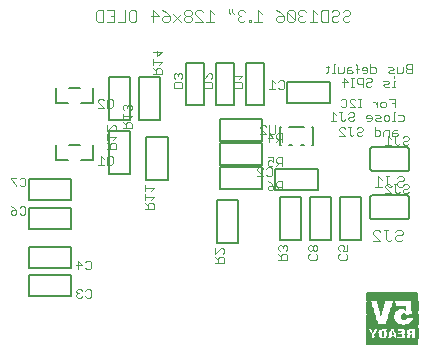
<source format=gbr>
G04 EAGLE Gerber RS-274X export*
G75*
%MOMM*%
%FSLAX34Y34*%
%LPD*%
%INSilkscreen Bottom*%
%IPPOS*%
%AMOC8*
5,1,8,0,0,1.08239X$1,22.5*%
G01*
%ADD10C,0.076200*%
%ADD11C,0.152400*%
%ADD12C,0.127000*%
%ADD13R,4.010000X0.010000*%
%ADD14R,4.090000X0.010000*%
%ADD15R,4.170000X0.010000*%
%ADD16R,4.190000X0.010000*%
%ADD17R,4.230000X0.010000*%
%ADD18R,4.250000X0.010000*%
%ADD19R,4.290000X0.010000*%
%ADD20R,4.310000X0.010000*%
%ADD21R,4.320000X0.010000*%
%ADD22R,4.330000X0.010000*%
%ADD23R,4.350000X0.010000*%
%ADD24R,4.370000X0.010000*%
%ADD25R,4.390000X0.010000*%
%ADD26R,4.410000X0.010000*%
%ADD27R,4.430000X0.010000*%
%ADD28R,4.450000X0.010000*%
%ADD29R,0.320000X0.010000*%
%ADD30R,0.190000X0.010000*%
%ADD31R,0.120000X0.010000*%
%ADD32R,0.030000X0.010000*%
%ADD33R,0.330000X0.010000*%
%ADD34R,0.060000X0.010000*%
%ADD35R,0.620000X0.010000*%
%ADD36R,0.460000X0.010000*%
%ADD37R,0.130000X0.010000*%
%ADD38R,0.570000X0.010000*%
%ADD39R,0.040000X0.010000*%
%ADD40R,0.070000X0.010000*%
%ADD41R,0.540000X0.010000*%
%ADD42R,0.180000X0.010000*%
%ADD43R,0.310000X0.010000*%
%ADD44R,0.520000X0.010000*%
%ADD45R,0.140000X0.010000*%
%ADD46R,0.500000X0.010000*%
%ADD47R,0.170000X0.010000*%
%ADD48R,0.050000X0.010000*%
%ADD49R,0.080000X0.010000*%
%ADD50R,0.480000X0.010000*%
%ADD51R,0.150000X0.010000*%
%ADD52R,0.300000X0.010000*%
%ADD53R,0.290000X0.010000*%
%ADD54R,0.450000X0.010000*%
%ADD55R,0.160000X0.010000*%
%ADD56R,0.440000X0.010000*%
%ADD57R,0.280000X0.010000*%
%ADD58R,0.090000X0.010000*%
%ADD59R,0.420000X0.010000*%
%ADD60R,0.270000X0.010000*%
%ADD61R,0.410000X0.010000*%
%ADD62R,0.400000X0.010000*%
%ADD63R,0.100000X0.010000*%
%ADD64R,0.390000X0.010000*%
%ADD65R,0.260000X0.010000*%
%ADD66R,0.250000X0.010000*%
%ADD67R,0.380000X0.010000*%
%ADD68R,0.110000X0.010000*%
%ADD69R,0.370000X0.010000*%
%ADD70R,0.360000X0.010000*%
%ADD71R,0.200000X0.010000*%
%ADD72R,0.350000X0.010000*%
%ADD73R,0.340000X0.010000*%
%ADD74R,0.210000X0.010000*%
%ADD75R,0.470000X0.010000*%
%ADD76R,0.220000X0.010000*%
%ADD77R,0.230000X0.010000*%
%ADD78R,0.490000X0.010000*%
%ADD79R,0.240000X0.010000*%
%ADD80R,0.430000X0.010000*%
%ADD81R,0.580000X0.010000*%
%ADD82R,0.010000X0.010000*%
%ADD83R,0.020000X0.010000*%
%ADD84R,0.590000X0.010000*%
%ADD85R,0.600000X0.010000*%
%ADD86R,1.180000X0.010000*%
%ADD87R,3.060000X0.010000*%
%ADD88R,1.100000X0.010000*%
%ADD89R,2.980000X0.010000*%
%ADD90R,1.050000X0.010000*%
%ADD91R,2.930000X0.010000*%
%ADD92R,1.010000X0.010000*%
%ADD93R,1.250000X0.010000*%
%ADD94R,0.980000X0.010000*%
%ADD95R,1.220000X0.010000*%
%ADD96R,0.950000X0.010000*%
%ADD97R,0.920000X0.010000*%
%ADD98R,1.160000X0.010000*%
%ADD99R,1.000000X0.010000*%
%ADD100R,0.900000X0.010000*%
%ADD101R,1.130000X0.010000*%
%ADD102R,0.880000X0.010000*%
%ADD103R,0.860000X0.010000*%
%ADD104R,1.080000X0.010000*%
%ADD105R,0.990000X0.010000*%
%ADD106R,0.840000X0.010000*%
%ADD107R,1.060000X0.010000*%
%ADD108R,0.820000X0.010000*%
%ADD109R,1.030000X0.010000*%
%ADD110R,0.800000X0.010000*%
%ADD111R,1.020000X0.010000*%
%ADD112R,0.790000X0.010000*%
%ADD113R,0.770000X0.010000*%
%ADD114R,0.760000X0.010000*%
%ADD115R,0.960000X0.010000*%
%ADD116R,0.970000X0.010000*%
%ADD117R,0.750000X0.010000*%
%ADD118R,0.730000X0.010000*%
%ADD119R,0.930000X0.010000*%
%ADD120R,0.720000X0.010000*%
%ADD121R,0.910000X0.010000*%
%ADD122R,0.710000X0.010000*%
%ADD123R,0.700000X0.010000*%
%ADD124R,0.680000X0.010000*%
%ADD125R,0.870000X0.010000*%
%ADD126R,0.670000X0.010000*%
%ADD127R,0.660000X0.010000*%
%ADD128R,0.650000X0.010000*%
%ADD129R,0.830000X0.010000*%
%ADD130R,0.640000X0.010000*%
%ADD131R,0.940000X0.010000*%
%ADD132R,0.630000X0.010000*%
%ADD133R,0.810000X0.010000*%
%ADD134R,0.780000X0.010000*%
%ADD135R,0.610000X0.010000*%
%ADD136R,0.740000X0.010000*%
%ADD137R,0.560000X0.010000*%
%ADD138R,0.690000X0.010000*%
%ADD139R,0.550000X0.010000*%
%ADD140R,0.530000X0.010000*%
%ADD141R,0.890000X0.010000*%
%ADD142R,0.510000X0.010000*%
%ADD143R,0.850000X0.010000*%
%ADD144R,1.510000X0.010000*%
%ADD145R,1.500000X0.010000*%
%ADD146R,1.490000X0.010000*%
%ADD147R,1.290000X0.010000*%
%ADD148R,1.280000X0.010000*%
%ADD149R,1.270000X0.010000*%
%ADD150R,1.260000X0.010000*%
%ADD151R,1.240000X0.010000*%
%ADD152R,1.230000X0.010000*%
%ADD153R,4.440000X0.010000*%
%ADD154R,4.270000X0.010000*%
%ADD155R,4.220000X0.010000*%
%ADD156R,3.990000X0.010000*%


D10*
X323548Y207289D02*
X325116Y208857D01*
X328251Y208857D01*
X329819Y207289D01*
X329819Y205722D01*
X328251Y204154D01*
X325116Y204154D01*
X323548Y202586D01*
X323548Y201019D01*
X325116Y199451D01*
X328251Y199451D01*
X329819Y201019D01*
X320464Y201019D02*
X318896Y199451D01*
X317328Y199451D01*
X315761Y201019D01*
X315761Y208857D01*
X317328Y208857D02*
X314193Y208857D01*
X311109Y205722D02*
X307973Y208857D01*
X307973Y199451D01*
X304838Y199451D02*
X311109Y199451D01*
X323846Y163057D02*
X322278Y161489D01*
X323846Y163057D02*
X326981Y163057D01*
X328549Y161489D01*
X328549Y159922D01*
X326981Y158354D01*
X323846Y158354D01*
X322278Y156786D01*
X322278Y155219D01*
X323846Y153651D01*
X326981Y153651D01*
X328549Y155219D01*
X319194Y155219D02*
X317626Y153651D01*
X316058Y153651D01*
X314491Y155219D01*
X314491Y163057D01*
X316058Y163057D02*
X312923Y163057D01*
X309839Y153651D02*
X303568Y153651D01*
X309839Y153651D02*
X303568Y159922D01*
X303568Y161489D01*
X305136Y163057D01*
X308271Y163057D01*
X309839Y161489D01*
X277828Y347309D02*
X279396Y348877D01*
X282531Y348877D01*
X284099Y347309D01*
X284099Y345742D01*
X282531Y344174D01*
X279396Y344174D01*
X277828Y342606D01*
X277828Y341039D01*
X279396Y339471D01*
X282531Y339471D01*
X284099Y341039D01*
X270041Y348877D02*
X268473Y347309D01*
X270041Y348877D02*
X273176Y348877D01*
X274744Y347309D01*
X274744Y345742D01*
X273176Y344174D01*
X270041Y344174D01*
X268473Y342606D01*
X268473Y341039D01*
X270041Y339471D01*
X273176Y339471D01*
X274744Y341039D01*
X265389Y339471D02*
X265389Y348877D01*
X265389Y339471D02*
X260686Y339471D01*
X259118Y341039D01*
X259118Y347309D01*
X260686Y348877D01*
X265389Y348877D01*
X256033Y345742D02*
X252898Y348877D01*
X252898Y339471D01*
X256033Y339471D02*
X249763Y339471D01*
X246678Y347309D02*
X245111Y348877D01*
X241975Y348877D01*
X240408Y347309D01*
X240408Y345742D01*
X241975Y344174D01*
X243543Y344174D01*
X241975Y344174D02*
X240408Y342606D01*
X240408Y341039D01*
X241975Y339471D01*
X245111Y339471D01*
X246678Y341039D01*
X237323Y341039D02*
X237323Y347309D01*
X235755Y348877D01*
X232620Y348877D01*
X231052Y347309D01*
X231052Y341039D01*
X232620Y339471D01*
X235755Y339471D01*
X237323Y341039D01*
X231052Y347309D01*
X224833Y347309D02*
X221697Y348877D01*
X224833Y347309D02*
X227968Y344174D01*
X227968Y341039D01*
X226400Y339471D01*
X223265Y339471D01*
X221697Y341039D01*
X221697Y342606D01*
X223265Y344174D01*
X227968Y344174D01*
X209258Y345742D02*
X206122Y348877D01*
X206122Y339471D01*
X202987Y339471D02*
X209258Y339471D01*
X199902Y339471D02*
X199902Y341039D01*
X198335Y341039D01*
X198335Y339471D01*
X199902Y339471D01*
X195225Y347309D02*
X193657Y348877D01*
X190522Y348877D01*
X188954Y347309D01*
X188954Y345742D01*
X190522Y344174D01*
X192089Y344174D01*
X190522Y344174D02*
X188954Y342606D01*
X188954Y341039D01*
X190522Y339471D01*
X193657Y339471D01*
X195225Y341039D01*
X184302Y347309D02*
X184302Y350445D01*
X184302Y347309D02*
X185870Y345742D01*
X181167Y347309D02*
X181167Y350445D01*
X181167Y347309D02*
X182734Y345742D01*
X168718Y345742D02*
X165583Y348877D01*
X165583Y339471D01*
X168718Y339471D02*
X162448Y339471D01*
X159363Y339471D02*
X153093Y339471D01*
X159363Y339471D02*
X153093Y345742D01*
X153093Y347309D01*
X154660Y348877D01*
X157796Y348877D01*
X159363Y347309D01*
X150008Y347309D02*
X148440Y348877D01*
X145305Y348877D01*
X143737Y347309D01*
X143737Y345742D01*
X145305Y344174D01*
X143737Y342606D01*
X143737Y341039D01*
X145305Y339471D01*
X148440Y339471D01*
X150008Y341039D01*
X150008Y342606D01*
X148440Y344174D01*
X150008Y345742D01*
X150008Y347309D01*
X148440Y344174D02*
X145305Y344174D01*
X140653Y345742D02*
X134382Y339471D01*
X140653Y339471D02*
X134382Y345742D01*
X128162Y347309D02*
X125027Y348877D01*
X128162Y347309D02*
X131298Y344174D01*
X131298Y341039D01*
X129730Y339471D01*
X126595Y339471D01*
X125027Y341039D01*
X125027Y342606D01*
X126595Y344174D01*
X131298Y344174D01*
X117239Y339471D02*
X117239Y348877D01*
X121942Y344174D01*
X115672Y344174D01*
X101664Y348877D02*
X98529Y348877D01*
X101664Y348877D02*
X103232Y347309D01*
X103232Y341039D01*
X101664Y339471D01*
X98529Y339471D01*
X96961Y341039D01*
X96961Y347309D01*
X98529Y348877D01*
X93877Y348877D02*
X93877Y339471D01*
X87606Y339471D01*
X84522Y348877D02*
X78251Y348877D01*
X84522Y348877D02*
X84522Y339471D01*
X78251Y339471D01*
X81386Y344174D02*
X84522Y344174D01*
X75167Y348877D02*
X75167Y339471D01*
X70464Y339471D01*
X68896Y341039D01*
X68896Y347309D01*
X70464Y348877D01*
X75167Y348877D01*
X336169Y303263D02*
X336169Y295891D01*
X336169Y303263D02*
X332483Y303263D01*
X331254Y302035D01*
X331254Y300806D01*
X332483Y299577D01*
X331254Y298348D01*
X331254Y297120D01*
X332483Y295891D01*
X336169Y295891D01*
X336169Y299577D02*
X332483Y299577D01*
X328685Y300806D02*
X328685Y297120D01*
X327456Y295891D01*
X323770Y295891D01*
X323770Y300806D01*
X321201Y295891D02*
X317515Y295891D01*
X316286Y297120D01*
X317515Y298348D01*
X319972Y298348D01*
X321201Y299577D01*
X319972Y300806D01*
X316286Y300806D01*
X301318Y303263D02*
X301318Y295891D01*
X305004Y295891D01*
X306232Y297120D01*
X306232Y299577D01*
X305004Y300806D01*
X301318Y300806D01*
X297520Y295891D02*
X295062Y295891D01*
X297520Y295891D02*
X298748Y297120D01*
X298748Y299577D01*
X297520Y300806D01*
X295062Y300806D01*
X293833Y299577D01*
X293833Y298348D01*
X298748Y298348D01*
X290035Y295891D02*
X290035Y302035D01*
X288807Y303263D01*
X288807Y299577D02*
X291264Y299577D01*
X285046Y300806D02*
X282589Y300806D01*
X281360Y299577D01*
X281360Y295891D01*
X285046Y295891D01*
X286275Y297120D01*
X285046Y298348D01*
X281360Y298348D01*
X278790Y297120D02*
X278790Y300806D01*
X278790Y297120D02*
X277562Y295891D01*
X273876Y295891D01*
X273876Y300806D01*
X271306Y303263D02*
X270078Y303263D01*
X270078Y295891D01*
X271306Y295891D02*
X268849Y295891D01*
X265088Y297120D02*
X265088Y302035D01*
X265088Y297120D02*
X263859Y295891D01*
X263859Y300806D02*
X266317Y300806D01*
X320970Y289376D02*
X322199Y289376D01*
X320970Y289376D02*
X320970Y284461D01*
X319742Y284461D02*
X322199Y284461D01*
X320970Y291833D02*
X320970Y293062D01*
X317210Y284461D02*
X313523Y284461D01*
X312295Y285690D01*
X313523Y286918D01*
X315981Y286918D01*
X317210Y288147D01*
X315981Y289376D01*
X312295Y289376D01*
X298555Y291833D02*
X297326Y290605D01*
X298555Y291833D02*
X301013Y291833D01*
X302241Y290605D01*
X302241Y289376D01*
X301013Y288147D01*
X298555Y288147D01*
X297326Y286918D01*
X297326Y285690D01*
X298555Y284461D01*
X301013Y284461D01*
X302241Y285690D01*
X294757Y284461D02*
X294757Y291833D01*
X291071Y291833D01*
X289842Y290605D01*
X289842Y288147D01*
X291071Y286918D01*
X294757Y286918D01*
X287273Y284461D02*
X284816Y284461D01*
X286044Y284461D02*
X286044Y291833D01*
X284816Y291833D02*
X287273Y291833D01*
X278597Y291833D02*
X278597Y284461D01*
X282284Y288147D02*
X278597Y291833D01*
X277369Y288147D02*
X282284Y288147D01*
X322199Y274133D02*
X322199Y266761D01*
X322199Y274133D02*
X317284Y274133D01*
X319742Y270447D02*
X322199Y270447D01*
X313486Y266761D02*
X311029Y266761D01*
X309800Y267990D01*
X309800Y270447D01*
X311029Y271676D01*
X313486Y271676D01*
X314715Y270447D01*
X314715Y267990D01*
X313486Y266761D01*
X307231Y266761D02*
X307231Y271676D01*
X307231Y269218D02*
X304773Y271676D01*
X303545Y271676D01*
X293510Y266761D02*
X291052Y266761D01*
X292281Y266761D02*
X292281Y274133D01*
X293510Y274133D02*
X291052Y274133D01*
X288520Y266761D02*
X283605Y266761D01*
X288520Y266761D02*
X283605Y271676D01*
X283605Y272905D01*
X284834Y274133D01*
X287292Y274133D01*
X288520Y272905D01*
X277350Y274133D02*
X276121Y272905D01*
X277350Y274133D02*
X279807Y274133D01*
X281036Y272905D01*
X281036Y267990D01*
X279807Y266761D01*
X277350Y266761D01*
X276121Y267990D01*
X324904Y260246D02*
X328590Y260246D01*
X329819Y259017D01*
X329819Y256560D01*
X328590Y255331D01*
X324904Y255331D01*
X322335Y262703D02*
X321106Y262703D01*
X321106Y255331D01*
X322335Y255331D02*
X319877Y255331D01*
X316117Y255331D02*
X313659Y255331D01*
X312431Y256560D01*
X312431Y259017D01*
X313659Y260246D01*
X316117Y260246D01*
X317345Y259017D01*
X317345Y256560D01*
X316117Y255331D01*
X309861Y255331D02*
X306175Y255331D01*
X304946Y256560D01*
X306175Y257788D01*
X308633Y257788D01*
X309861Y259017D01*
X308633Y260246D01*
X304946Y260246D01*
X301148Y255331D02*
X298691Y255331D01*
X301148Y255331D02*
X302377Y256560D01*
X302377Y259017D01*
X301148Y260246D01*
X298691Y260246D01*
X297462Y259017D01*
X297462Y257788D01*
X302377Y257788D01*
X283723Y262703D02*
X282494Y261475D01*
X283723Y262703D02*
X286180Y262703D01*
X287409Y261475D01*
X287409Y260246D01*
X286180Y259017D01*
X283723Y259017D01*
X282494Y257788D01*
X282494Y256560D01*
X283723Y255331D01*
X286180Y255331D01*
X287409Y256560D01*
X279925Y256560D02*
X278696Y255331D01*
X277467Y255331D01*
X276239Y256560D01*
X276239Y262703D01*
X277467Y262703D02*
X275010Y262703D01*
X272440Y260246D02*
X269983Y262703D01*
X269983Y255331D01*
X272440Y255331D02*
X267526Y255331D01*
X321053Y247546D02*
X323510Y247546D01*
X321053Y247546D02*
X319824Y246317D01*
X319824Y242631D01*
X323510Y242631D01*
X324739Y243860D01*
X323510Y245088D01*
X319824Y245088D01*
X317255Y242631D02*
X317255Y247546D01*
X313569Y247546D01*
X312340Y246317D01*
X312340Y242631D01*
X304856Y242631D02*
X304856Y250003D01*
X304856Y242631D02*
X308542Y242631D01*
X309771Y243860D01*
X309771Y246317D01*
X308542Y247546D01*
X304856Y247546D01*
X291116Y250003D02*
X289888Y248775D01*
X291116Y250003D02*
X293574Y250003D01*
X294802Y248775D01*
X294802Y247546D01*
X293574Y246317D01*
X291116Y246317D01*
X289888Y245088D01*
X289888Y243860D01*
X291116Y242631D01*
X293574Y242631D01*
X294802Y243860D01*
X287318Y243860D02*
X286090Y242631D01*
X284861Y242631D01*
X283632Y243860D01*
X283632Y250003D01*
X284861Y250003D02*
X282403Y250003D01*
X279834Y242631D02*
X274919Y242631D01*
X279834Y242631D02*
X274919Y247546D01*
X274919Y248775D01*
X276148Y250003D01*
X278605Y250003D01*
X279834Y248775D01*
D11*
X303530Y213040D02*
X331470Y213040D01*
X303530Y233360D02*
X303430Y233358D01*
X303331Y233352D01*
X303231Y233342D01*
X303133Y233329D01*
X303034Y233311D01*
X302937Y233290D01*
X302841Y233265D01*
X302745Y233236D01*
X302651Y233203D01*
X302558Y233167D01*
X302467Y233127D01*
X302377Y233083D01*
X302289Y233036D01*
X302203Y232986D01*
X302119Y232932D01*
X302037Y232875D01*
X301958Y232815D01*
X301880Y232751D01*
X301806Y232685D01*
X301734Y232616D01*
X301665Y232544D01*
X301599Y232470D01*
X301535Y232392D01*
X301475Y232313D01*
X301418Y232231D01*
X301364Y232147D01*
X301314Y232061D01*
X301267Y231973D01*
X301223Y231883D01*
X301183Y231792D01*
X301147Y231699D01*
X301114Y231605D01*
X301085Y231509D01*
X301060Y231413D01*
X301039Y231316D01*
X301021Y231217D01*
X301008Y231119D01*
X300998Y231019D01*
X300992Y230920D01*
X300990Y230820D01*
X331470Y233360D02*
X331570Y233358D01*
X331669Y233352D01*
X331769Y233342D01*
X331867Y233329D01*
X331966Y233311D01*
X332063Y233290D01*
X332159Y233265D01*
X332255Y233236D01*
X332349Y233203D01*
X332442Y233167D01*
X332533Y233127D01*
X332623Y233083D01*
X332711Y233036D01*
X332797Y232986D01*
X332881Y232932D01*
X332963Y232875D01*
X333042Y232815D01*
X333120Y232751D01*
X333194Y232685D01*
X333266Y232616D01*
X333335Y232544D01*
X333401Y232470D01*
X333465Y232392D01*
X333525Y232313D01*
X333582Y232231D01*
X333636Y232147D01*
X333686Y232061D01*
X333733Y231973D01*
X333777Y231883D01*
X333817Y231792D01*
X333853Y231699D01*
X333886Y231605D01*
X333915Y231509D01*
X333940Y231413D01*
X333961Y231316D01*
X333979Y231217D01*
X333992Y231119D01*
X334002Y231019D01*
X334008Y230920D01*
X334010Y230820D01*
X334010Y215580D02*
X334008Y215480D01*
X334002Y215381D01*
X333992Y215281D01*
X333979Y215183D01*
X333961Y215084D01*
X333940Y214987D01*
X333915Y214891D01*
X333886Y214795D01*
X333853Y214701D01*
X333817Y214608D01*
X333777Y214517D01*
X333733Y214427D01*
X333686Y214339D01*
X333636Y214253D01*
X333582Y214169D01*
X333525Y214087D01*
X333465Y214008D01*
X333401Y213930D01*
X333335Y213856D01*
X333266Y213784D01*
X333194Y213715D01*
X333120Y213649D01*
X333042Y213585D01*
X332963Y213525D01*
X332881Y213468D01*
X332797Y213414D01*
X332711Y213364D01*
X332623Y213317D01*
X332533Y213273D01*
X332442Y213233D01*
X332349Y213197D01*
X332255Y213164D01*
X332159Y213135D01*
X332063Y213110D01*
X331966Y213089D01*
X331867Y213071D01*
X331769Y213058D01*
X331669Y213048D01*
X331570Y213042D01*
X331470Y213040D01*
X303530Y213040D02*
X303430Y213042D01*
X303331Y213048D01*
X303231Y213058D01*
X303133Y213071D01*
X303034Y213089D01*
X302937Y213110D01*
X302841Y213135D01*
X302745Y213164D01*
X302651Y213197D01*
X302558Y213233D01*
X302467Y213273D01*
X302377Y213317D01*
X302289Y213364D01*
X302203Y213414D01*
X302119Y213468D01*
X302037Y213525D01*
X301958Y213585D01*
X301880Y213649D01*
X301806Y213715D01*
X301734Y213784D01*
X301665Y213856D01*
X301599Y213930D01*
X301535Y214008D01*
X301475Y214087D01*
X301418Y214169D01*
X301364Y214253D01*
X301314Y214339D01*
X301267Y214427D01*
X301223Y214517D01*
X301183Y214608D01*
X301147Y214701D01*
X301114Y214795D01*
X301085Y214891D01*
X301060Y214987D01*
X301039Y215084D01*
X301021Y215183D01*
X301008Y215281D01*
X300998Y215381D01*
X300992Y215480D01*
X300990Y215580D01*
X300990Y230820D01*
X334010Y230820D02*
X334010Y215580D01*
X331470Y233360D02*
X303530Y233360D01*
D10*
X328714Y241155D02*
X329943Y242383D01*
X332400Y242383D01*
X333629Y241155D01*
X333629Y239926D01*
X332400Y238697D01*
X329943Y238697D01*
X328714Y237468D01*
X328714Y236240D01*
X329943Y235011D01*
X332400Y235011D01*
X333629Y236240D01*
X326145Y236240D02*
X324916Y235011D01*
X323687Y235011D01*
X322459Y236240D01*
X322459Y242383D01*
X323687Y242383D02*
X321230Y242383D01*
X318661Y239926D02*
X316203Y242383D01*
X316203Y235011D01*
X313746Y235011D02*
X318661Y235011D01*
D11*
X331470Y172240D02*
X303530Y172240D01*
X300990Y190020D02*
X300992Y190120D01*
X300998Y190219D01*
X301008Y190319D01*
X301021Y190417D01*
X301039Y190516D01*
X301060Y190613D01*
X301085Y190709D01*
X301114Y190805D01*
X301147Y190899D01*
X301183Y190992D01*
X301223Y191083D01*
X301267Y191173D01*
X301314Y191261D01*
X301364Y191347D01*
X301418Y191431D01*
X301475Y191513D01*
X301535Y191592D01*
X301599Y191670D01*
X301665Y191744D01*
X301734Y191816D01*
X301806Y191885D01*
X301880Y191951D01*
X301958Y192015D01*
X302037Y192075D01*
X302119Y192132D01*
X302203Y192186D01*
X302289Y192236D01*
X302377Y192283D01*
X302467Y192327D01*
X302558Y192367D01*
X302651Y192403D01*
X302745Y192436D01*
X302841Y192465D01*
X302937Y192490D01*
X303034Y192511D01*
X303133Y192529D01*
X303231Y192542D01*
X303331Y192552D01*
X303430Y192558D01*
X303530Y192560D01*
X331470Y192560D02*
X331570Y192558D01*
X331669Y192552D01*
X331769Y192542D01*
X331867Y192529D01*
X331966Y192511D01*
X332063Y192490D01*
X332159Y192465D01*
X332255Y192436D01*
X332349Y192403D01*
X332442Y192367D01*
X332533Y192327D01*
X332623Y192283D01*
X332711Y192236D01*
X332797Y192186D01*
X332881Y192132D01*
X332963Y192075D01*
X333042Y192015D01*
X333120Y191951D01*
X333194Y191885D01*
X333266Y191816D01*
X333335Y191744D01*
X333401Y191670D01*
X333465Y191592D01*
X333525Y191513D01*
X333582Y191431D01*
X333636Y191347D01*
X333686Y191261D01*
X333733Y191173D01*
X333777Y191083D01*
X333817Y190992D01*
X333853Y190899D01*
X333886Y190805D01*
X333915Y190709D01*
X333940Y190613D01*
X333961Y190516D01*
X333979Y190417D01*
X333992Y190319D01*
X334002Y190219D01*
X334008Y190120D01*
X334010Y190020D01*
X334010Y174780D02*
X334008Y174680D01*
X334002Y174581D01*
X333992Y174481D01*
X333979Y174383D01*
X333961Y174284D01*
X333940Y174187D01*
X333915Y174091D01*
X333886Y173995D01*
X333853Y173901D01*
X333817Y173808D01*
X333777Y173717D01*
X333733Y173627D01*
X333686Y173539D01*
X333636Y173453D01*
X333582Y173369D01*
X333525Y173287D01*
X333465Y173208D01*
X333401Y173130D01*
X333335Y173056D01*
X333266Y172984D01*
X333194Y172915D01*
X333120Y172849D01*
X333042Y172785D01*
X332963Y172725D01*
X332881Y172668D01*
X332797Y172614D01*
X332711Y172564D01*
X332623Y172517D01*
X332533Y172473D01*
X332442Y172433D01*
X332349Y172397D01*
X332255Y172364D01*
X332159Y172335D01*
X332063Y172310D01*
X331966Y172289D01*
X331867Y172271D01*
X331769Y172258D01*
X331669Y172248D01*
X331570Y172242D01*
X331470Y172240D01*
X303530Y172240D02*
X303430Y172242D01*
X303331Y172248D01*
X303231Y172258D01*
X303133Y172271D01*
X303034Y172289D01*
X302937Y172310D01*
X302841Y172335D01*
X302745Y172364D01*
X302651Y172397D01*
X302558Y172433D01*
X302467Y172473D01*
X302377Y172517D01*
X302289Y172564D01*
X302203Y172614D01*
X302119Y172668D01*
X302037Y172725D01*
X301958Y172785D01*
X301880Y172849D01*
X301806Y172915D01*
X301734Y172984D01*
X301665Y173056D01*
X301599Y173130D01*
X301535Y173208D01*
X301475Y173287D01*
X301418Y173369D01*
X301364Y173453D01*
X301314Y173539D01*
X301267Y173627D01*
X301223Y173717D01*
X301183Y173808D01*
X301147Y173901D01*
X301114Y173995D01*
X301085Y174091D01*
X301060Y174187D01*
X301039Y174284D01*
X301021Y174383D01*
X301008Y174481D01*
X300998Y174581D01*
X300992Y174680D01*
X300990Y174780D01*
X300990Y190020D01*
X334010Y190020D02*
X334010Y174780D01*
X331470Y192560D02*
X303530Y192560D01*
D10*
X328714Y200355D02*
X329943Y201583D01*
X332400Y201583D01*
X333629Y200355D01*
X333629Y199126D01*
X332400Y197897D01*
X329943Y197897D01*
X328714Y196668D01*
X328714Y195440D01*
X329943Y194211D01*
X332400Y194211D01*
X333629Y195440D01*
X326145Y195440D02*
X324916Y194211D01*
X323687Y194211D01*
X322459Y195440D01*
X322459Y201583D01*
X323687Y201583D02*
X321230Y201583D01*
X318661Y194211D02*
X313746Y194211D01*
X318661Y194211D02*
X313746Y199126D01*
X313746Y200355D01*
X314975Y201583D01*
X317432Y201583D01*
X318661Y200355D01*
D12*
X189340Y152180D02*
X171340Y152180D01*
X189340Y152180D02*
X189340Y188180D01*
X171340Y188180D01*
X171340Y152180D01*
D10*
X170053Y135273D02*
X177425Y135273D01*
X177425Y138959D01*
X176197Y140188D01*
X173739Y140188D01*
X172510Y138959D01*
X172510Y135273D01*
X172510Y137730D02*
X170053Y140188D01*
X170053Y142757D02*
X170053Y147672D01*
X170053Y142757D02*
X174968Y147672D01*
X176197Y147672D01*
X177425Y146443D01*
X177425Y143986D01*
X176197Y142757D01*
D12*
X251760Y250570D02*
X252760Y250570D01*
X252760Y234570D01*
X251760Y234570D01*
X225760Y250570D02*
X224760Y250570D01*
X224760Y234570D01*
X225760Y234570D01*
X232760Y250570D02*
X244760Y250570D01*
X244760Y234570D02*
X242760Y234570D01*
X234760Y234570D02*
X232760Y234570D01*
D10*
X220599Y245450D02*
X220599Y251593D01*
X220599Y245450D02*
X219370Y244221D01*
X216913Y244221D01*
X215684Y245450D01*
X215684Y251593D01*
X213115Y244221D02*
X208200Y244221D01*
X213115Y244221D02*
X208200Y249136D01*
X208200Y250365D01*
X209429Y251593D01*
X211886Y251593D01*
X213115Y250365D01*
D12*
X230920Y270400D02*
X230920Y288400D01*
X230920Y270400D02*
X266920Y270400D01*
X266920Y288400D01*
X230920Y288400D01*
D10*
X224533Y289693D02*
X223304Y288465D01*
X224533Y289693D02*
X226990Y289693D01*
X228219Y288465D01*
X228219Y283550D01*
X226990Y282321D01*
X224533Y282321D01*
X223304Y283550D01*
X220735Y287236D02*
X218277Y289693D01*
X218277Y282321D01*
X215820Y282321D02*
X220735Y282321D01*
D12*
X220760Y214740D02*
X220760Y196740D01*
X256760Y196740D01*
X256760Y214740D01*
X220760Y214740D01*
D10*
X214373Y216033D02*
X213144Y214805D01*
X214373Y216033D02*
X216830Y216033D01*
X218059Y214805D01*
X218059Y209890D01*
X216830Y208661D01*
X214373Y208661D01*
X213144Y209890D01*
X210575Y208661D02*
X205660Y208661D01*
X210575Y208661D02*
X205660Y213576D01*
X205660Y214805D01*
X206889Y216033D01*
X209346Y216033D01*
X210575Y214805D01*
D12*
X195580Y269240D02*
X195580Y304800D01*
X195580Y269240D02*
X210820Y269240D01*
X210820Y304800D01*
X195580Y304800D01*
D10*
X192825Y283433D02*
X185453Y283433D01*
X185453Y287119D01*
X186682Y288348D01*
X191597Y288348D01*
X192825Y287119D01*
X192825Y283433D01*
X190368Y290917D02*
X192825Y293374D01*
X185453Y293374D01*
X185453Y290917D02*
X185453Y295832D01*
D12*
X170180Y304800D02*
X170180Y269240D01*
X185420Y269240D01*
X185420Y304800D01*
X170180Y304800D01*
D10*
X167425Y283433D02*
X160053Y283433D01*
X160053Y287119D01*
X161282Y288348D01*
X166197Y288348D01*
X167425Y287119D01*
X167425Y283433D01*
X160053Y290917D02*
X160053Y295832D01*
X160053Y290917D02*
X164968Y295832D01*
X166197Y295832D01*
X167425Y294603D01*
X167425Y292146D01*
X166197Y290917D01*
D12*
X144780Y304800D02*
X144780Y269240D01*
X160020Y269240D01*
X160020Y304800D01*
X144780Y304800D01*
D10*
X142025Y283433D02*
X134653Y283433D01*
X134653Y287119D01*
X135882Y288348D01*
X140797Y288348D01*
X142025Y287119D01*
X142025Y283433D01*
X140797Y290917D02*
X142025Y292146D01*
X142025Y294603D01*
X140797Y295832D01*
X139568Y295832D01*
X138339Y294603D01*
X138339Y293374D01*
X138339Y294603D02*
X137110Y295832D01*
X135882Y295832D01*
X134653Y294603D01*
X134653Y292146D01*
X135882Y290917D01*
D12*
X209770Y256650D02*
X209770Y238650D01*
X209770Y256650D02*
X173770Y256650D01*
X173770Y238650D01*
X209770Y238650D01*
D10*
X226677Y237363D02*
X226677Y244735D01*
X222991Y244735D01*
X221762Y243507D01*
X221762Y241049D01*
X222991Y239820D01*
X226677Y239820D01*
X224220Y239820D02*
X221762Y237363D01*
X215507Y237363D02*
X215507Y244735D01*
X219193Y241049D01*
X214278Y241049D01*
D12*
X209770Y236330D02*
X209770Y218330D01*
X209770Y236330D02*
X173770Y236330D01*
X173770Y218330D01*
X209770Y218330D01*
D10*
X226677Y217043D02*
X226677Y224415D01*
X222991Y224415D01*
X221762Y223187D01*
X221762Y220729D01*
X222991Y219500D01*
X226677Y219500D01*
X224220Y219500D02*
X221762Y217043D01*
X219193Y224415D02*
X214278Y224415D01*
X219193Y224415D02*
X219193Y220729D01*
X216736Y221958D01*
X215507Y221958D01*
X214278Y220729D01*
X214278Y218272D01*
X215507Y217043D01*
X217964Y217043D01*
X219193Y218272D01*
D12*
X209770Y216010D02*
X209770Y198010D01*
X209770Y216010D02*
X173770Y216010D01*
X173770Y198010D01*
X209770Y198010D01*
D10*
X226677Y196723D02*
X226677Y204095D01*
X222991Y204095D01*
X221762Y202867D01*
X221762Y200409D01*
X222991Y199180D01*
X226677Y199180D01*
X224220Y199180D02*
X221762Y196723D01*
X216736Y202867D02*
X214278Y204095D01*
X216736Y202867D02*
X219193Y200409D01*
X219193Y197952D01*
X217964Y196723D01*
X215507Y196723D01*
X214278Y197952D01*
X214278Y199180D01*
X215507Y200409D01*
X219193Y200409D01*
D12*
X129650Y205440D02*
X111650Y205440D01*
X129650Y205440D02*
X129650Y241440D01*
X111650Y241440D01*
X111650Y205440D01*
D10*
X110363Y181049D02*
X117735Y181049D01*
X117735Y184735D01*
X116507Y185963D01*
X114049Y185963D01*
X112820Y184735D01*
X112820Y181049D01*
X112820Y183506D02*
X110363Y185963D01*
X115278Y188533D02*
X117735Y190990D01*
X110363Y190990D01*
X110363Y188533D02*
X110363Y193448D01*
X115278Y196017D02*
X117735Y198474D01*
X110363Y198474D01*
X110363Y196017D02*
X110363Y200932D01*
D12*
X97900Y256320D02*
X79900Y256320D01*
X97900Y256320D02*
X97900Y292320D01*
X79900Y292320D01*
X79900Y256320D01*
D10*
X78613Y231929D02*
X85985Y231929D01*
X85985Y235615D01*
X84757Y236843D01*
X82299Y236843D01*
X81070Y235615D01*
X81070Y231929D01*
X81070Y234386D02*
X78613Y236843D01*
X83528Y239413D02*
X85985Y241870D01*
X78613Y241870D01*
X78613Y239413D02*
X78613Y244328D01*
X78613Y246897D02*
X78613Y251812D01*
X78613Y246897D02*
X83528Y251812D01*
X84757Y251812D01*
X85985Y250583D01*
X85985Y248126D01*
X84757Y246897D01*
D12*
X79900Y246520D02*
X97900Y246520D01*
X79900Y246520D02*
X79900Y210520D01*
X97900Y210520D01*
X97900Y246520D01*
D10*
X99193Y249221D02*
X91821Y249221D01*
X99193Y249221D02*
X99193Y252907D01*
X97965Y254136D01*
X95507Y254136D01*
X94278Y252907D01*
X94278Y249221D01*
X94278Y251678D02*
X91821Y254136D01*
X96736Y256705D02*
X99193Y259163D01*
X91821Y259163D01*
X91821Y261620D02*
X91821Y256705D01*
X97965Y264189D02*
X99193Y265418D01*
X99193Y267875D01*
X97965Y269104D01*
X96736Y269104D01*
X95507Y267875D01*
X95507Y266647D01*
X95507Y267875D02*
X94278Y269104D01*
X93050Y269104D01*
X91821Y267875D01*
X91821Y265418D01*
X93050Y264189D01*
D12*
X105300Y292320D02*
X123300Y292320D01*
X105300Y292320D02*
X105300Y256320D01*
X123300Y256320D01*
X123300Y292320D01*
D10*
X124593Y295021D02*
X117221Y295021D01*
X124593Y295021D02*
X124593Y298707D01*
X123365Y299936D01*
X120907Y299936D01*
X119678Y298707D01*
X119678Y295021D01*
X119678Y297478D02*
X117221Y299936D01*
X122136Y302505D02*
X124593Y304963D01*
X117221Y304963D01*
X117221Y307420D02*
X117221Y302505D01*
X117221Y313675D02*
X124593Y313675D01*
X120907Y309989D01*
X120907Y314904D01*
D11*
X35076Y235044D02*
X35076Y221916D01*
X45664Y221916D01*
X66524Y221916D02*
X66524Y235044D01*
X66524Y221916D02*
X56436Y221916D01*
X55024Y235124D02*
X46436Y235124D01*
D10*
X83167Y224377D02*
X83167Y219462D01*
X83167Y224377D02*
X81939Y225605D01*
X79481Y225605D01*
X78252Y224377D01*
X78252Y219462D01*
X79481Y218233D01*
X81939Y218233D01*
X83167Y219462D01*
X80710Y220690D02*
X78252Y218233D01*
X75683Y223148D02*
X73226Y225605D01*
X73226Y218233D01*
X75683Y218233D02*
X70768Y218233D01*
D11*
X35076Y270256D02*
X35076Y283384D01*
X35076Y270256D02*
X45664Y270256D01*
X66524Y270256D02*
X66524Y283384D01*
X66524Y270256D02*
X56436Y270256D01*
X55024Y283464D02*
X46436Y283464D01*
D10*
X83167Y272717D02*
X83167Y267802D01*
X83167Y272717D02*
X81939Y273945D01*
X79481Y273945D01*
X78252Y272717D01*
X78252Y267802D01*
X79481Y266573D01*
X81939Y266573D01*
X83167Y267802D01*
X80710Y269030D02*
X78252Y266573D01*
X75683Y266573D02*
X70768Y266573D01*
X75683Y266573D02*
X70768Y271488D01*
X70768Y272717D01*
X71997Y273945D01*
X74454Y273945D01*
X75683Y272717D01*
D12*
X224680Y154720D02*
X242680Y154720D01*
X242680Y190720D01*
X224680Y190720D01*
X224680Y154720D01*
D10*
X223393Y137813D02*
X230765Y137813D01*
X230765Y141499D01*
X229537Y142728D01*
X227079Y142728D01*
X225850Y141499D01*
X225850Y137813D01*
X225850Y140270D02*
X223393Y142728D01*
X229537Y145297D02*
X230765Y146526D01*
X230765Y148983D01*
X229537Y150212D01*
X228308Y150212D01*
X227079Y148983D01*
X227079Y147754D01*
X227079Y148983D02*
X225850Y150212D01*
X224622Y150212D01*
X223393Y148983D01*
X223393Y146526D01*
X224622Y145297D01*
D12*
X47820Y124880D02*
X47820Y106880D01*
X47820Y124880D02*
X11820Y124880D01*
X11820Y106880D01*
X47820Y106880D01*
D10*
X59812Y111737D02*
X61041Y112965D01*
X63499Y112965D01*
X64727Y111737D01*
X64727Y106822D01*
X63499Y105593D01*
X61041Y105593D01*
X59812Y106822D01*
X57243Y111737D02*
X56014Y112965D01*
X53557Y112965D01*
X52328Y111737D01*
X52328Y110508D01*
X53557Y109279D01*
X54786Y109279D01*
X53557Y109279D02*
X52328Y108050D01*
X52328Y106822D01*
X53557Y105593D01*
X56014Y105593D01*
X57243Y106822D01*
D12*
X47820Y131010D02*
X47820Y149010D01*
X11820Y149010D01*
X11820Y131010D01*
X47820Y131010D01*
D10*
X59812Y135867D02*
X61041Y137095D01*
X63499Y137095D01*
X64727Y135867D01*
X64727Y130952D01*
X63499Y129723D01*
X61041Y129723D01*
X59812Y130952D01*
X53557Y129723D02*
X53557Y137095D01*
X57243Y133409D01*
X52328Y133409D01*
D12*
X275480Y154720D02*
X293480Y154720D01*
X293480Y190720D01*
X275480Y190720D01*
X275480Y154720D01*
D10*
X280337Y142728D02*
X281565Y141499D01*
X281565Y139041D01*
X280337Y137813D01*
X275422Y137813D01*
X274193Y139041D01*
X274193Y141499D01*
X275422Y142728D01*
X281565Y145297D02*
X281565Y150212D01*
X281565Y145297D02*
X277879Y145297D01*
X279108Y147754D01*
X279108Y148983D01*
X277879Y150212D01*
X275422Y150212D01*
X274193Y148983D01*
X274193Y146526D01*
X275422Y145297D01*
D12*
X11820Y188080D02*
X11820Y206080D01*
X11820Y188080D02*
X47820Y188080D01*
X47820Y206080D01*
X11820Y206080D01*
D10*
X5433Y207373D02*
X4204Y206145D01*
X5433Y207373D02*
X7890Y207373D01*
X9119Y206145D01*
X9119Y201230D01*
X7890Y200001D01*
X5433Y200001D01*
X4204Y201230D01*
X1635Y207373D02*
X-3280Y207373D01*
X-3280Y206145D01*
X1635Y201230D01*
X1635Y200001D01*
D12*
X250080Y154720D02*
X268080Y154720D01*
X268080Y190720D01*
X250080Y190720D01*
X250080Y154720D01*
D10*
X254937Y142728D02*
X256165Y141499D01*
X256165Y139041D01*
X254937Y137813D01*
X250022Y137813D01*
X248793Y139041D01*
X248793Y141499D01*
X250022Y142728D01*
X254937Y145297D02*
X256165Y146526D01*
X256165Y148983D01*
X254937Y150212D01*
X253708Y150212D01*
X252479Y148983D01*
X251250Y150212D01*
X250022Y150212D01*
X248793Y148983D01*
X248793Y146526D01*
X250022Y145297D01*
X251250Y145297D01*
X252479Y146526D01*
X253708Y145297D01*
X254937Y145297D01*
X252479Y146526D02*
X252479Y148983D01*
D12*
X11820Y163950D02*
X11820Y181950D01*
X11820Y163950D02*
X47820Y163950D01*
X47820Y181950D01*
X11820Y181950D01*
D10*
X5433Y183243D02*
X4204Y182015D01*
X5433Y183243D02*
X7890Y183243D01*
X9119Y182015D01*
X9119Y177100D01*
X7890Y175871D01*
X5433Y175871D01*
X4204Y177100D01*
X-823Y182015D02*
X-3280Y183243D01*
X-823Y182015D02*
X1635Y179557D01*
X1635Y177100D01*
X406Y175871D01*
X-2051Y175871D01*
X-3280Y177100D01*
X-3280Y178328D01*
X-2051Y179557D01*
X1635Y179557D01*
D13*
X320000Y65200D03*
D14*
X320000Y65300D03*
D15*
X320000Y65400D03*
D16*
X320000Y65500D03*
D17*
X320000Y65600D03*
D18*
X320000Y65700D03*
D19*
X320000Y65800D03*
D20*
X320000Y65900D03*
D21*
X319950Y66000D03*
D22*
X320000Y66100D03*
D23*
X320000Y66200D03*
D24*
X320000Y66300D03*
X320000Y66400D03*
D25*
X320000Y66500D03*
D26*
X320000Y66600D03*
X320000Y66700D03*
X320000Y66800D03*
X320000Y66900D03*
D27*
X320000Y67000D03*
X320000Y67100D03*
X320000Y67200D03*
X320000Y67300D03*
D28*
X320000Y67400D03*
X320000Y67500D03*
X320000Y67600D03*
X320000Y67700D03*
X320000Y67800D03*
X320000Y67900D03*
X320000Y68000D03*
X320000Y68100D03*
X320000Y68200D03*
X320000Y68300D03*
X320000Y68400D03*
X320000Y68500D03*
X320000Y68600D03*
X320000Y68700D03*
X320000Y68800D03*
X320000Y68900D03*
X320000Y69000D03*
X320000Y69100D03*
X320000Y69200D03*
X320000Y69300D03*
X320000Y69400D03*
X320000Y69500D03*
X320000Y69600D03*
X320000Y69700D03*
X320000Y69800D03*
X320000Y69900D03*
X320000Y70000D03*
X320000Y70100D03*
X320000Y70200D03*
X320000Y70300D03*
X320000Y70400D03*
X320000Y70500D03*
D29*
X340650Y70600D03*
D30*
X335500Y70600D03*
D31*
X331050Y70600D03*
D32*
X324000Y70600D03*
D33*
X320100Y70600D03*
D34*
X315550Y70600D03*
D35*
X308050Y70600D03*
D36*
X300050Y70600D03*
D29*
X340650Y70700D03*
D30*
X335500Y70700D03*
D37*
X331100Y70700D03*
D32*
X324000Y70700D03*
D33*
X320100Y70700D03*
D34*
X315550Y70700D03*
D38*
X307800Y70700D03*
D36*
X300050Y70700D03*
D29*
X340650Y70800D03*
D30*
X335500Y70800D03*
D37*
X331100Y70800D03*
D39*
X323950Y70800D03*
D29*
X320150Y70800D03*
D40*
X315600Y70800D03*
D41*
X307650Y70800D03*
D36*
X300050Y70800D03*
D29*
X340650Y70900D03*
D42*
X335550Y70900D03*
D37*
X331100Y70900D03*
D39*
X323950Y70900D03*
D43*
X320100Y70900D03*
D40*
X315600Y70900D03*
D44*
X307550Y70900D03*
D36*
X300050Y70900D03*
D29*
X340650Y71000D03*
D42*
X335550Y71000D03*
D45*
X331150Y71000D03*
D39*
X323950Y71000D03*
D43*
X320100Y71000D03*
D40*
X315600Y71000D03*
D46*
X307450Y71000D03*
D36*
X300050Y71000D03*
D29*
X340650Y71100D03*
D47*
X335600Y71100D03*
D45*
X331150Y71100D03*
D48*
X323900Y71100D03*
D43*
X320100Y71100D03*
D49*
X315650Y71100D03*
D50*
X307350Y71100D03*
D36*
X300050Y71100D03*
D29*
X340650Y71200D03*
D47*
X335600Y71200D03*
D51*
X331200Y71200D03*
D48*
X323900Y71200D03*
D52*
X320150Y71200D03*
D49*
X315650Y71200D03*
D36*
X307250Y71200D03*
X300050Y71200D03*
D29*
X340650Y71300D03*
D47*
X335600Y71300D03*
D51*
X331200Y71300D03*
D48*
X323900Y71300D03*
D53*
X320100Y71300D03*
D49*
X315650Y71300D03*
D54*
X307200Y71300D03*
D36*
X300050Y71300D03*
D29*
X340650Y71400D03*
D55*
X335650Y71400D03*
X331250Y71400D03*
D34*
X323850Y71400D03*
D53*
X320100Y71400D03*
D49*
X315650Y71400D03*
D56*
X307150Y71400D03*
D36*
X300050Y71400D03*
D29*
X340650Y71500D03*
D55*
X335650Y71500D03*
X331250Y71500D03*
D34*
X323850Y71500D03*
D57*
X320150Y71500D03*
D58*
X315700Y71500D03*
D59*
X307050Y71500D03*
D36*
X300050Y71500D03*
D29*
X340650Y71600D03*
D51*
X335700Y71600D03*
D55*
X331250Y71600D03*
D34*
X323850Y71600D03*
D60*
X320100Y71600D03*
D58*
X315700Y71600D03*
D61*
X307000Y71600D03*
D36*
X300050Y71600D03*
D29*
X340650Y71700D03*
D51*
X335700Y71700D03*
D47*
X331300Y71700D03*
D34*
X323850Y71700D03*
D60*
X320100Y71700D03*
D58*
X315700Y71700D03*
D62*
X306950Y71700D03*
D36*
X300050Y71700D03*
D29*
X340650Y71800D03*
D51*
X335700Y71800D03*
D47*
X331300Y71800D03*
D40*
X323800Y71800D03*
D60*
X320100Y71800D03*
D63*
X315750Y71800D03*
D64*
X306900Y71800D03*
D36*
X300050Y71800D03*
D29*
X340650Y71900D03*
D45*
X335750Y71900D03*
D42*
X331350Y71900D03*
D40*
X323800Y71900D03*
D65*
X320150Y71900D03*
D63*
X315750Y71900D03*
D64*
X306900Y71900D03*
D36*
X300050Y71900D03*
D29*
X340650Y72000D03*
D45*
X335750Y72000D03*
D42*
X331350Y72000D03*
D40*
X323800Y72000D03*
D66*
X320100Y72000D03*
D63*
X315750Y72000D03*
D67*
X306850Y72000D03*
D36*
X300050Y72000D03*
D29*
X340650Y72100D03*
D37*
X335800Y72100D03*
D42*
X331350Y72100D03*
D49*
X323750Y72100D03*
D66*
X320100Y72100D03*
D68*
X315800Y72100D03*
D69*
X306800Y72100D03*
D36*
X300050Y72100D03*
D29*
X340650Y72200D03*
D37*
X335800Y72200D03*
D30*
X331400Y72200D03*
D49*
X323750Y72200D03*
D68*
X315800Y72200D03*
D70*
X306750Y72200D03*
D36*
X300050Y72200D03*
D29*
X340650Y72300D03*
D31*
X335850Y72300D03*
D30*
X331400Y72300D03*
D49*
X323750Y72300D03*
D68*
X315800Y72300D03*
D70*
X306750Y72300D03*
D36*
X300050Y72300D03*
D29*
X340650Y72400D03*
D31*
X335850Y72400D03*
D71*
X331450Y72400D03*
D58*
X323700Y72400D03*
D31*
X315850Y72400D03*
D72*
X306700Y72400D03*
D36*
X300050Y72400D03*
D29*
X340650Y72500D03*
D31*
X335850Y72500D03*
D71*
X331450Y72500D03*
D36*
X325550Y72500D03*
D31*
X315850Y72500D03*
D58*
X312200Y72500D03*
D73*
X306650Y72500D03*
D36*
X300050Y72500D03*
D29*
X340650Y72600D03*
D68*
X335900Y72600D03*
D71*
X331450Y72600D03*
D36*
X325550Y72600D03*
D31*
X315850Y72600D03*
D68*
X312100Y72600D03*
D73*
X306650Y72600D03*
D36*
X300050Y72600D03*
D29*
X340650Y72700D03*
D68*
X335900Y72700D03*
D74*
X331500Y72700D03*
D75*
X325500Y72700D03*
D37*
X315900Y72700D03*
X312000Y72700D03*
D33*
X306600Y72700D03*
D36*
X300050Y72700D03*
D29*
X340650Y72800D03*
D63*
X335950Y72800D03*
D74*
X331500Y72800D03*
D75*
X325500Y72800D03*
D37*
X315900Y72800D03*
D45*
X311950Y72800D03*
D33*
X306600Y72800D03*
D36*
X300050Y72800D03*
D29*
X340650Y72900D03*
D63*
X335950Y72900D03*
D76*
X331550Y72900D03*
D75*
X325500Y72900D03*
D37*
X315900Y72900D03*
D51*
X311900Y72900D03*
D29*
X306550Y72900D03*
D36*
X300050Y72900D03*
D29*
X340650Y73000D03*
D63*
X335950Y73000D03*
D76*
X331550Y73000D03*
D50*
X325450Y73000D03*
D45*
X315950Y73000D03*
D55*
X311850Y73000D03*
D29*
X306550Y73000D03*
D36*
X300050Y73000D03*
D29*
X340650Y73100D03*
D58*
X336000Y73100D03*
D77*
X331600Y73100D03*
D50*
X325450Y73100D03*
D45*
X315950Y73100D03*
D55*
X311850Y73100D03*
D29*
X306550Y73100D03*
D36*
X300050Y73100D03*
D29*
X340650Y73200D03*
D58*
X336000Y73200D03*
D77*
X331600Y73200D03*
D50*
X325450Y73200D03*
D45*
X315950Y73200D03*
D47*
X311800Y73200D03*
D43*
X306500Y73200D03*
D36*
X300050Y73200D03*
D29*
X340650Y73300D03*
D49*
X336050Y73300D03*
D77*
X331600Y73300D03*
D78*
X325400Y73300D03*
D51*
X316000Y73300D03*
D47*
X311800Y73300D03*
D43*
X306500Y73300D03*
D36*
X300050Y73300D03*
D29*
X340650Y73400D03*
D49*
X336050Y73400D03*
D79*
X331650Y73400D03*
D78*
X325400Y73400D03*
D51*
X316000Y73400D03*
D42*
X311750Y73400D03*
D43*
X306500Y73400D03*
D36*
X300050Y73400D03*
D29*
X340650Y73500D03*
D40*
X336100Y73500D03*
D79*
X331650Y73500D03*
D78*
X325400Y73500D03*
D51*
X316000Y73500D03*
D42*
X311750Y73500D03*
D52*
X306450Y73500D03*
D36*
X300050Y73500D03*
D29*
X340650Y73600D03*
D40*
X336100Y73600D03*
D66*
X331700Y73600D03*
D46*
X325350Y73600D03*
D55*
X316050Y73600D03*
D42*
X311750Y73600D03*
D52*
X306450Y73600D03*
D36*
X300050Y73600D03*
D29*
X340650Y73700D03*
D40*
X336100Y73700D03*
D66*
X331700Y73700D03*
D46*
X325350Y73700D03*
D55*
X316050Y73700D03*
D30*
X311700Y73700D03*
D52*
X306450Y73700D03*
D36*
X300050Y73700D03*
D29*
X340650Y73800D03*
D66*
X331700Y73800D03*
D46*
X325350Y73800D03*
D55*
X316050Y73800D03*
D30*
X311700Y73800D03*
D52*
X306450Y73800D03*
D36*
X300050Y73800D03*
D29*
X340650Y73900D03*
D65*
X331750Y73900D03*
D74*
X323800Y73900D03*
D55*
X316050Y73900D03*
D30*
X311700Y73900D03*
D52*
X306450Y73900D03*
D36*
X300050Y73900D03*
D29*
X340650Y74000D03*
D65*
X331750Y74000D03*
D74*
X323800Y74000D03*
D47*
X316100Y74000D03*
D30*
X311700Y74000D03*
D53*
X306400Y74000D03*
D36*
X300050Y74000D03*
D29*
X340650Y74100D03*
D60*
X331800Y74100D03*
D74*
X323800Y74100D03*
D37*
X320100Y74100D03*
D47*
X316100Y74100D03*
D71*
X311650Y74100D03*
D53*
X306400Y74100D03*
D36*
X300050Y74100D03*
D29*
X340650Y74200D03*
D60*
X331800Y74200D03*
D76*
X323750Y74200D03*
D37*
X320100Y74200D03*
D47*
X316100Y74200D03*
D71*
X311650Y74200D03*
D57*
X306450Y74200D03*
D54*
X300000Y74200D03*
D29*
X340650Y74300D03*
D66*
X331700Y74300D03*
D76*
X323750Y74300D03*
D31*
X320150Y74300D03*
D42*
X316150Y74300D03*
D71*
X311650Y74300D03*
D57*
X306450Y74300D03*
D54*
X300000Y74300D03*
D29*
X340650Y74400D03*
D77*
X331600Y74400D03*
D76*
X323750Y74400D03*
D68*
X320100Y74400D03*
D42*
X316150Y74400D03*
D71*
X311650Y74400D03*
D60*
X306500Y74400D03*
D56*
X299950Y74400D03*
D29*
X340650Y74500D03*
D76*
X331550Y74500D03*
D77*
X323700Y74500D03*
D68*
X320100Y74500D03*
D42*
X316150Y74500D03*
D71*
X311650Y74500D03*
D65*
X306550Y74500D03*
D56*
X299950Y74500D03*
D29*
X340650Y74600D03*
D71*
X331450Y74600D03*
D77*
X323700Y74600D03*
D68*
X320100Y74600D03*
D30*
X316200Y74600D03*
D71*
X311650Y74600D03*
D65*
X306550Y74600D03*
D80*
X299900Y74600D03*
D29*
X340650Y74700D03*
D30*
X331400Y74700D03*
D77*
X323700Y74700D03*
D58*
X320100Y74700D03*
D30*
X316200Y74700D03*
D71*
X311650Y74700D03*
D66*
X306600Y74700D03*
D59*
X299850Y74700D03*
D29*
X340650Y74800D03*
D42*
X331350Y74800D03*
D79*
X323650Y74800D03*
D58*
X320100Y74800D03*
D30*
X316200Y74800D03*
D71*
X311650Y74800D03*
D66*
X306600Y74800D03*
D59*
X299850Y74800D03*
D29*
X340650Y74900D03*
D47*
X331300Y74900D03*
D79*
X323650Y74900D03*
D58*
X320100Y74900D03*
D71*
X316250Y74900D03*
X311650Y74900D03*
D79*
X306650Y74900D03*
D61*
X299800Y74900D03*
D29*
X340650Y75000D03*
D55*
X331250Y75000D03*
D79*
X323650Y75000D03*
D49*
X320150Y75000D03*
D71*
X316250Y75000D03*
X311650Y75000D03*
D77*
X306700Y75000D03*
D61*
X299800Y75000D03*
D29*
X340650Y75100D03*
D51*
X331200Y75100D03*
D79*
X323650Y75100D03*
D40*
X320100Y75100D03*
D71*
X316250Y75100D03*
X311650Y75100D03*
D77*
X306700Y75100D03*
D62*
X299750Y75100D03*
D29*
X340650Y75200D03*
D51*
X331200Y75200D03*
D66*
X323600Y75200D03*
D40*
X320100Y75200D03*
D74*
X316300Y75200D03*
D71*
X311650Y75200D03*
D76*
X306750Y75200D03*
D62*
X299750Y75200D03*
D29*
X340650Y75300D03*
D45*
X331150Y75300D03*
D66*
X323600Y75300D03*
D40*
X320100Y75300D03*
D74*
X316300Y75300D03*
D71*
X311650Y75300D03*
D76*
X306750Y75300D03*
D64*
X299700Y75300D03*
D29*
X340650Y75400D03*
D45*
X331150Y75400D03*
D66*
X323600Y75400D03*
D48*
X320100Y75400D03*
D74*
X316300Y75400D03*
D30*
X311700Y75400D03*
D74*
X306800Y75400D03*
D64*
X299700Y75400D03*
D29*
X340650Y75500D03*
D37*
X331100Y75500D03*
D65*
X323550Y75500D03*
D48*
X320100Y75500D03*
D76*
X316350Y75500D03*
D30*
X311700Y75500D03*
D74*
X306900Y75500D03*
D67*
X299650Y75500D03*
D29*
X340650Y75600D03*
D55*
X335650Y75600D03*
D37*
X331100Y75600D03*
D65*
X323550Y75600D03*
D48*
X320100Y75600D03*
D76*
X316350Y75600D03*
D30*
X311700Y75600D03*
D74*
X306900Y75600D03*
D67*
X299650Y75600D03*
D29*
X340650Y75700D03*
D42*
X335550Y75700D03*
D37*
X331100Y75700D03*
D65*
X323550Y75700D03*
D48*
X320100Y75700D03*
D76*
X316350Y75700D03*
D30*
X311700Y75700D03*
D71*
X306950Y75700D03*
D69*
X299600Y75700D03*
D29*
X340650Y75800D03*
D71*
X335450Y75800D03*
D37*
X331100Y75800D03*
D38*
X325000Y75800D03*
D32*
X320100Y75800D03*
D77*
X316400Y75800D03*
D30*
X311700Y75800D03*
D71*
X306950Y75800D03*
D70*
X299550Y75800D03*
D29*
X340650Y75900D03*
D74*
X335400Y75900D03*
D31*
X331050Y75900D03*
D38*
X325000Y75900D03*
D32*
X320100Y75900D03*
D77*
X316400Y75900D03*
D42*
X311750Y75900D03*
D30*
X307000Y75900D03*
D70*
X299550Y75900D03*
D29*
X340650Y76000D03*
D74*
X335400Y76000D03*
D31*
X331050Y76000D03*
D38*
X325000Y76000D03*
D32*
X320100Y76000D03*
D77*
X316400Y76000D03*
D42*
X311750Y76000D03*
D71*
X307050Y76000D03*
D72*
X299500Y76000D03*
D29*
X340650Y76100D03*
D76*
X335350Y76100D03*
D31*
X331050Y76100D03*
D81*
X324950Y76100D03*
D82*
X320100Y76100D03*
D79*
X316450Y76100D03*
D47*
X311800Y76100D03*
D30*
X307100Y76100D03*
D72*
X299500Y76100D03*
D29*
X340650Y76200D03*
D76*
X335350Y76200D03*
D31*
X331050Y76200D03*
D81*
X324950Y76200D03*
D82*
X320100Y76200D03*
D79*
X316450Y76200D03*
D47*
X311800Y76200D03*
D42*
X307150Y76200D03*
D82*
X303500Y76200D03*
D73*
X299450Y76200D03*
D29*
X340650Y76300D03*
D76*
X335350Y76300D03*
D31*
X331050Y76300D03*
D81*
X324950Y76300D03*
D82*
X320100Y76300D03*
D79*
X316450Y76300D03*
D55*
X311850Y76300D03*
D30*
X307200Y76300D03*
D83*
X303450Y76300D03*
D73*
X299450Y76300D03*
D29*
X340650Y76400D03*
D76*
X335350Y76400D03*
D31*
X331050Y76400D03*
D84*
X324900Y76400D03*
D82*
X320100Y76400D03*
D79*
X316450Y76400D03*
D55*
X311850Y76400D03*
D42*
X307250Y76400D03*
D39*
X303450Y76400D03*
D33*
X299400Y76400D03*
D29*
X340650Y76500D03*
D76*
X335350Y76500D03*
D31*
X331050Y76500D03*
D84*
X324900Y76500D03*
D66*
X316500Y76500D03*
D51*
X311900Y76500D03*
D30*
X307300Y76500D03*
D39*
X303450Y76500D03*
D33*
X299400Y76500D03*
D29*
X340650Y76600D03*
D74*
X335400Y76600D03*
D31*
X331050Y76600D03*
D84*
X324900Y76600D03*
D66*
X316500Y76600D03*
D45*
X311950Y76600D03*
D42*
X307350Y76600D03*
D34*
X303450Y76600D03*
D29*
X299350Y76600D03*
X340650Y76700D03*
D74*
X335400Y76700D03*
D31*
X331050Y76700D03*
D85*
X324850Y76700D03*
D66*
X316500Y76700D03*
D37*
X312000Y76700D03*
D47*
X307400Y76700D03*
D40*
X303500Y76700D03*
D29*
X299350Y76700D03*
X340650Y76800D03*
D71*
X335450Y76800D03*
D31*
X331050Y76800D03*
D85*
X324850Y76800D03*
D65*
X316550Y76800D03*
D31*
X312050Y76800D03*
D42*
X307450Y76800D03*
D49*
X303450Y76800D03*
D43*
X299300Y76800D03*
D29*
X340650Y76900D03*
D30*
X335500Y76900D03*
D31*
X331050Y76900D03*
D85*
X324850Y76900D03*
D65*
X316550Y76900D03*
D63*
X312150Y76900D03*
D42*
X307550Y76900D03*
D58*
X303500Y76900D03*
D52*
X299250Y76900D03*
D29*
X340650Y77000D03*
D55*
X335650Y77000D03*
D37*
X331100Y77000D03*
D79*
X322950Y77000D03*
D65*
X316550Y77000D03*
D42*
X307550Y77000D03*
D63*
X303450Y77000D03*
D52*
X299250Y77000D03*
D29*
X340650Y77100D03*
D37*
X331100Y77100D03*
D79*
X322950Y77100D03*
D60*
X316600Y77100D03*
D42*
X307650Y77100D03*
D68*
X303500Y77100D03*
D53*
X299200Y77100D03*
D29*
X340650Y77200D03*
D37*
X331100Y77200D03*
D79*
X322950Y77200D03*
D60*
X316600Y77200D03*
D47*
X307700Y77200D03*
D31*
X303450Y77200D03*
D53*
X299200Y77200D03*
D29*
X340650Y77300D03*
D45*
X331150Y77300D03*
D66*
X322900Y77300D03*
D60*
X316600Y77300D03*
D42*
X307750Y77300D03*
D37*
X303500Y77300D03*
D57*
X299150Y77300D03*
D29*
X340650Y77400D03*
D45*
X331150Y77400D03*
D66*
X322900Y77400D03*
D57*
X316650Y77400D03*
D42*
X307850Y77400D03*
D45*
X303450Y77400D03*
D57*
X299150Y77400D03*
D29*
X340650Y77500D03*
D45*
X331150Y77500D03*
D66*
X322900Y77500D03*
D57*
X316650Y77500D03*
D30*
X307900Y77500D03*
D55*
X303450Y77500D03*
D60*
X299100Y77500D03*
D29*
X340650Y77600D03*
D51*
X331200Y77600D03*
D65*
X322850Y77600D03*
D57*
X316650Y77600D03*
D42*
X307950Y77600D03*
D55*
X303450Y77600D03*
D60*
X299100Y77600D03*
D29*
X340650Y77700D03*
D55*
X331250Y77700D03*
D65*
X322850Y77700D03*
D53*
X316700Y77700D03*
D30*
X308000Y77700D03*
D42*
X303450Y77700D03*
D65*
X299050Y77700D03*
D29*
X340650Y77800D03*
D55*
X331250Y77800D03*
D65*
X322850Y77800D03*
D53*
X316700Y77800D03*
D30*
X308100Y77800D03*
X303500Y77800D03*
D66*
X299000Y77800D03*
D29*
X340650Y77900D03*
D47*
X331300Y77900D03*
D60*
X322800Y77900D03*
D53*
X316700Y77900D03*
D30*
X308200Y77900D03*
D71*
X303450Y77900D03*
D66*
X299000Y77900D03*
D29*
X340650Y78000D03*
D42*
X331350Y78000D03*
D60*
X322800Y78000D03*
D52*
X316750Y78000D03*
D71*
X308250Y78000D03*
D74*
X303500Y78000D03*
D79*
X298950Y78000D03*
D29*
X340650Y78100D03*
D30*
X331400Y78100D03*
D60*
X322800Y78100D03*
D52*
X316750Y78100D03*
D74*
X308400Y78100D03*
D76*
X303450Y78100D03*
D79*
X298950Y78100D03*
D29*
X340650Y78200D03*
D71*
X331450Y78200D03*
D57*
X322750Y78200D03*
D52*
X316750Y78200D03*
D76*
X308450Y78200D03*
D77*
X303500Y78200D03*
X298900Y78200D03*
D29*
X340650Y78300D03*
D76*
X331550Y78300D03*
D57*
X322750Y78300D03*
D43*
X316800Y78300D03*
D77*
X308600Y78300D03*
D79*
X303450Y78300D03*
D77*
X298900Y78300D03*
D29*
X340650Y78400D03*
D77*
X331600Y78400D03*
D57*
X322750Y78400D03*
D43*
X316800Y78400D03*
D77*
X308700Y78400D03*
D66*
X303500Y78400D03*
D76*
X298850Y78400D03*
D29*
X340650Y78500D03*
D66*
X331700Y78500D03*
D57*
X322750Y78500D03*
D43*
X316800Y78500D03*
D65*
X308850Y78500D03*
X303450Y78500D03*
D76*
X298850Y78500D03*
D29*
X340650Y78600D03*
D60*
X331800Y78600D03*
D53*
X322700Y78600D03*
D29*
X316850Y78600D03*
D60*
X309000Y78600D03*
D57*
X303450Y78600D03*
D74*
X298800Y78600D03*
D29*
X340650Y78700D03*
D52*
X331950Y78700D03*
D53*
X322700Y78700D03*
D29*
X316850Y78700D03*
D43*
X309200Y78700D03*
D57*
X303450Y78700D03*
D74*
X298800Y78700D03*
D29*
X340650Y78800D03*
D72*
X332200Y78800D03*
D53*
X322700Y78800D03*
D29*
X316850Y78800D03*
D72*
X309500Y78800D03*
D52*
X303450Y78800D03*
D71*
X298750Y78800D03*
D28*
X320000Y78900D03*
X320000Y79000D03*
X320000Y79100D03*
X320000Y79200D03*
X320000Y79300D03*
X320000Y79400D03*
X320000Y79500D03*
X320000Y79600D03*
X320000Y79700D03*
X320000Y79800D03*
X320000Y79900D03*
X320000Y80000D03*
X320000Y80100D03*
X320000Y80200D03*
X320000Y80300D03*
X320000Y80400D03*
X320000Y80500D03*
X320000Y80600D03*
X320000Y80700D03*
X320000Y80800D03*
X320000Y80900D03*
X320000Y81000D03*
X320000Y81100D03*
X320000Y81200D03*
X320000Y81300D03*
X320000Y81400D03*
X320000Y81500D03*
X320000Y81600D03*
X320000Y81700D03*
X320000Y81800D03*
X320000Y81900D03*
X320000Y82000D03*
X320000Y82100D03*
D86*
X336350Y82200D03*
D87*
X313050Y82200D03*
D88*
X336750Y82300D03*
D89*
X312650Y82300D03*
D90*
X337000Y82400D03*
D91*
X312400Y82400D03*
D92*
X337200Y82500D03*
D93*
X320400Y82500D03*
D92*
X302800Y82500D03*
D94*
X337350Y82600D03*
D95*
X320250Y82600D03*
D92*
X302800Y82600D03*
D96*
X337500Y82700D03*
D86*
X320150Y82700D03*
D92*
X302800Y82700D03*
D97*
X337650Y82800D03*
D98*
X320050Y82800D03*
D99*
X302750Y82800D03*
D100*
X337750Y82900D03*
D101*
X319900Y82900D03*
D99*
X302750Y82900D03*
D102*
X337850Y83000D03*
D88*
X319850Y83000D03*
D99*
X302750Y83000D03*
D103*
X337950Y83100D03*
D104*
X319750Y83100D03*
D105*
X302700Y83100D03*
D106*
X338050Y83200D03*
D107*
X319650Y83200D03*
D105*
X302700Y83200D03*
D108*
X338150Y83300D03*
D109*
X319600Y83300D03*
D105*
X302700Y83300D03*
D110*
X338250Y83400D03*
D111*
X319550Y83400D03*
D94*
X302650Y83400D03*
D112*
X338300Y83500D03*
D99*
X319450Y83500D03*
D94*
X302650Y83500D03*
D113*
X338400Y83600D03*
D94*
X319450Y83600D03*
X302650Y83600D03*
D114*
X338450Y83700D03*
D115*
X319350Y83700D03*
D116*
X302600Y83700D03*
D117*
X338500Y83800D03*
D96*
X319300Y83800D03*
D116*
X302600Y83800D03*
D118*
X338600Y83900D03*
D119*
X319300Y83900D03*
D116*
X302600Y83900D03*
D120*
X338650Y84000D03*
D121*
X319200Y84000D03*
D116*
X302600Y84000D03*
D122*
X338700Y84100D03*
D100*
X319150Y84100D03*
D115*
X302550Y84100D03*
D123*
X338750Y84200D03*
D102*
X319150Y84200D03*
D115*
X302550Y84200D03*
D124*
X338850Y84300D03*
D125*
X319100Y84300D03*
D115*
X302550Y84300D03*
D126*
X338900Y84400D03*
D103*
X319050Y84400D03*
D96*
X302500Y84400D03*
D127*
X338950Y84500D03*
D106*
X319050Y84500D03*
D96*
X302500Y84500D03*
D128*
X339000Y84600D03*
D129*
X319000Y84600D03*
D96*
X302500Y84600D03*
D130*
X339050Y84700D03*
D108*
X318950Y84700D03*
D131*
X302450Y84700D03*
D132*
X339100Y84800D03*
D133*
X318900Y84800D03*
D131*
X302450Y84800D03*
D132*
X339100Y84900D03*
D112*
X318900Y84900D03*
D131*
X302450Y84900D03*
D35*
X339150Y85000D03*
D134*
X318850Y85000D03*
D119*
X302400Y85000D03*
D135*
X339200Y85100D03*
D134*
X318850Y85100D03*
D119*
X302400Y85100D03*
D85*
X339250Y85200D03*
D114*
X318850Y85200D03*
D119*
X302400Y85200D03*
D84*
X339300Y85300D03*
D117*
X318800Y85300D03*
D97*
X302350Y85300D03*
D84*
X339300Y85400D03*
D136*
X318750Y85400D03*
D97*
X302350Y85400D03*
D81*
X339350Y85500D03*
D118*
X318800Y85500D03*
D97*
X302350Y85500D03*
D38*
X339400Y85600D03*
D120*
X318750Y85600D03*
D97*
X302350Y85600D03*
D38*
X339400Y85700D03*
D122*
X318700Y85700D03*
D121*
X302300Y85700D03*
D137*
X339450Y85800D03*
D123*
X318750Y85800D03*
D121*
X302300Y85800D03*
D137*
X339450Y85900D03*
D138*
X318700Y85900D03*
D121*
X302300Y85900D03*
D139*
X339500Y86000D03*
D138*
X318700Y86000D03*
D100*
X302250Y86000D03*
D41*
X339550Y86100D03*
D126*
X318700Y86100D03*
D100*
X302250Y86100D03*
D41*
X339550Y86200D03*
D126*
X318700Y86200D03*
D100*
X302250Y86200D03*
D140*
X339600Y86300D03*
D127*
X318650Y86300D03*
D141*
X302200Y86300D03*
D140*
X339600Y86400D03*
D128*
X318700Y86400D03*
D141*
X302200Y86400D03*
D140*
X339600Y86500D03*
D130*
X318650Y86500D03*
D141*
X302200Y86500D03*
D44*
X339650Y86600D03*
D130*
X318650Y86600D03*
D102*
X302150Y86600D03*
D44*
X339650Y86700D03*
D31*
X329650Y86700D03*
D132*
X318700Y86700D03*
D102*
X302150Y86700D03*
D142*
X339700Y86800D03*
D71*
X329650Y86800D03*
D35*
X318650Y86800D03*
D102*
X302150Y86800D03*
D142*
X339700Y86900D03*
D79*
X329650Y86900D03*
D35*
X318650Y86900D03*
D125*
X302100Y86900D03*
D142*
X339700Y87000D03*
D57*
X329650Y87000D03*
D85*
X318650Y87000D03*
D125*
X302100Y87000D03*
D46*
X339750Y87100D03*
D29*
X329650Y87100D03*
D85*
X318650Y87100D03*
D125*
X302100Y87100D03*
D46*
X339750Y87200D03*
D73*
X329650Y87200D03*
D85*
X318650Y87200D03*
D125*
X302100Y87200D03*
D46*
X339750Y87300D03*
D70*
X329650Y87300D03*
D84*
X318700Y87300D03*
D103*
X302050Y87300D03*
D78*
X339800Y87400D03*
D67*
X329650Y87400D03*
D81*
X318650Y87400D03*
D103*
X302050Y87400D03*
D78*
X339800Y87500D03*
D62*
X329650Y87500D03*
D81*
X318650Y87500D03*
D103*
X302050Y87500D03*
D78*
X339800Y87600D03*
D61*
X329700Y87600D03*
D81*
X318650Y87600D03*
D143*
X302000Y87600D03*
D50*
X339850Y87700D03*
D80*
X329700Y87700D03*
D38*
X318700Y87700D03*
D143*
X302000Y87700D03*
D50*
X339850Y87800D03*
D54*
X329700Y87800D03*
D137*
X318650Y87800D03*
D143*
X302000Y87800D03*
D50*
X339850Y87900D03*
D54*
X329700Y87900D03*
D137*
X318650Y87900D03*
D106*
X301950Y87900D03*
D50*
X339850Y88000D03*
D75*
X329700Y88000D03*
D139*
X318700Y88000D03*
D106*
X301950Y88000D03*
D75*
X339900Y88100D03*
X329700Y88100D03*
D139*
X318700Y88100D03*
D106*
X301950Y88100D03*
D75*
X339900Y88200D03*
D50*
X329750Y88200D03*
D139*
X318700Y88200D03*
D129*
X301900Y88200D03*
D75*
X339900Y88300D03*
D78*
X329700Y88300D03*
D41*
X318750Y88300D03*
D129*
X301900Y88300D03*
D142*
X339700Y88400D03*
D78*
X329700Y88400D03*
D140*
X318700Y88400D03*
D129*
X301900Y88400D03*
D85*
X339250Y88500D03*
D46*
X329750Y88500D03*
D140*
X318700Y88500D03*
D108*
X301850Y88500D03*
D138*
X338800Y88600D03*
D142*
X329700Y88600D03*
D44*
X318750Y88600D03*
D108*
X301850Y88600D03*
D113*
X338400Y88700D03*
D142*
X329700Y88700D03*
D44*
X318750Y88700D03*
D108*
X301850Y88700D03*
D103*
X337950Y88800D03*
D44*
X329750Y88800D03*
X318750Y88800D03*
D108*
X301850Y88800D03*
D96*
X337500Y88900D03*
D44*
X329750Y88900D03*
D142*
X318800Y88900D03*
D133*
X301800Y88900D03*
D144*
X334700Y89000D03*
D142*
X318800Y89000D03*
D133*
X301800Y89000D03*
D144*
X334700Y89100D03*
D142*
X318800Y89100D03*
D133*
X301800Y89100D03*
D144*
X334700Y89200D03*
D46*
X318850Y89200D03*
D110*
X301750Y89200D03*
D144*
X334700Y89300D03*
D46*
X318850Y89300D03*
D110*
X301750Y89300D03*
D144*
X334700Y89400D03*
D46*
X318850Y89400D03*
D110*
X301750Y89400D03*
D144*
X334700Y89500D03*
D78*
X318900Y89500D03*
D112*
X301700Y89500D03*
D144*
X334700Y89600D03*
D78*
X318900Y89600D03*
D112*
X301700Y89600D03*
D144*
X334700Y89700D03*
D78*
X318900Y89700D03*
D112*
X301700Y89700D03*
D145*
X334750Y89800D03*
D50*
X318950Y89800D03*
D134*
X301650Y89800D03*
D145*
X334750Y89900D03*
D50*
X318950Y89900D03*
D82*
X310400Y89900D03*
D134*
X301650Y89900D03*
D145*
X334750Y90000D03*
D50*
X318950Y90000D03*
D82*
X310400Y90000D03*
D134*
X301650Y90000D03*
D146*
X334800Y90100D03*
D75*
X319000Y90100D03*
D82*
X310400Y90100D03*
D113*
X301600Y90100D03*
D146*
X334800Y90200D03*
D75*
X319000Y90200D03*
D82*
X310400Y90200D03*
D113*
X301600Y90200D03*
D146*
X334800Y90300D03*
D50*
X319050Y90300D03*
D32*
X310400Y90300D03*
D113*
X301600Y90300D03*
D105*
X337300Y90400D03*
D54*
X329700Y90400D03*
D75*
X319100Y90400D03*
D32*
X310400Y90400D03*
D114*
X301550Y90400D03*
D121*
X337700Y90500D03*
D56*
X329650Y90500D03*
D75*
X319100Y90500D03*
D32*
X310400Y90500D03*
D114*
X301550Y90500D03*
D106*
X338050Y90600D03*
D59*
X329650Y90600D03*
D75*
X319100Y90600D03*
D48*
X310400Y90600D03*
D114*
X301550Y90600D03*
X338450Y90700D03*
D61*
X329700Y90700D03*
D75*
X319100Y90700D03*
D48*
X310400Y90700D03*
D114*
X301550Y90700D03*
D124*
X338850Y90800D03*
D64*
X329700Y90800D03*
D36*
X319150Y90800D03*
D48*
X310400Y90800D03*
D117*
X301500Y90800D03*
D135*
X339200Y90900D03*
D67*
X329650Y90900D03*
D75*
X319200Y90900D03*
D34*
X310350Y90900D03*
D117*
X301500Y90900D03*
D38*
X339400Y91000D03*
D72*
X329700Y91000D03*
D75*
X319200Y91000D03*
D40*
X310400Y91000D03*
D117*
X301500Y91000D03*
D38*
X339400Y91100D03*
D29*
X329650Y91100D03*
D36*
X319250Y91100D03*
D40*
X310400Y91100D03*
D136*
X301450Y91100D03*
D38*
X339400Y91200D03*
D52*
X329650Y91200D03*
D36*
X319250Y91200D03*
D40*
X310400Y91200D03*
D136*
X301450Y91200D03*
D38*
X339400Y91300D03*
D60*
X329700Y91300D03*
D75*
X319300Y91300D03*
D58*
X310400Y91300D03*
D136*
X301450Y91300D03*
D38*
X339400Y91400D03*
D79*
X329650Y91400D03*
D36*
X319350Y91400D03*
D58*
X310400Y91400D03*
D118*
X301400Y91400D03*
D38*
X339400Y91500D03*
D42*
X329650Y91500D03*
D36*
X319350Y91500D03*
D58*
X310400Y91500D03*
D118*
X301400Y91500D03*
D38*
X339400Y91600D03*
D68*
X329700Y91600D03*
D75*
X319400Y91600D03*
D68*
X310400Y91600D03*
D118*
X301400Y91600D03*
D81*
X339350Y91700D03*
D36*
X319450Y91700D03*
D68*
X310400Y91700D03*
D120*
X301350Y91700D03*
D81*
X339350Y91800D03*
D36*
X319450Y91800D03*
D68*
X310400Y91800D03*
D120*
X301350Y91800D03*
D81*
X339350Y91900D03*
D75*
X319500Y91900D03*
D31*
X310450Y91900D03*
D120*
X301350Y91900D03*
D81*
X339350Y92000D03*
D36*
X319550Y92000D03*
D37*
X310400Y92000D03*
D122*
X301300Y92000D03*
D81*
X339350Y92100D03*
D36*
X319550Y92100D03*
D37*
X310400Y92100D03*
D122*
X301300Y92100D03*
D81*
X339350Y92200D03*
D75*
X319600Y92200D03*
D45*
X310450Y92200D03*
D122*
X301300Y92200D03*
D81*
X339350Y92300D03*
D36*
X319650Y92300D03*
D51*
X310400Y92300D03*
D122*
X301300Y92300D03*
D81*
X339350Y92400D03*
D75*
X319700Y92400D03*
D51*
X310400Y92400D03*
D123*
X301250Y92400D03*
D81*
X339350Y92500D03*
D75*
X319700Y92500D03*
D51*
X310400Y92500D03*
D123*
X301250Y92500D03*
D81*
X339350Y92600D03*
D75*
X319800Y92600D03*
D47*
X310400Y92600D03*
D123*
X301250Y92600D03*
D81*
X339350Y92700D03*
D75*
X319800Y92700D03*
D47*
X310400Y92700D03*
D138*
X301200Y92700D03*
D81*
X339350Y92800D03*
D50*
X319850Y92800D03*
D47*
X310400Y92800D03*
D138*
X301200Y92800D03*
D81*
X339350Y92900D03*
D50*
X319950Y92900D03*
D42*
X310450Y92900D03*
D138*
X301200Y92900D03*
D84*
X339300Y93000D03*
D50*
X319950Y93000D03*
D30*
X310400Y93000D03*
D124*
X301150Y93000D03*
D84*
X339300Y93100D03*
D78*
X320000Y93100D03*
D30*
X310400Y93100D03*
D124*
X301150Y93100D03*
D84*
X339300Y93200D03*
D78*
X320100Y93200D03*
D30*
X310400Y93200D03*
D124*
X301150Y93200D03*
D84*
X339300Y93300D03*
D46*
X320150Y93300D03*
D74*
X310400Y93300D03*
D126*
X301100Y93300D03*
D84*
X339300Y93400D03*
D46*
X320150Y93400D03*
D74*
X310400Y93400D03*
D126*
X301100Y93400D03*
D84*
X339300Y93500D03*
D142*
X320200Y93500D03*
D74*
X310400Y93500D03*
D126*
X301100Y93500D03*
D84*
X339300Y93600D03*
D142*
X320300Y93600D03*
D77*
X310400Y93600D03*
D127*
X301050Y93600D03*
D84*
X339300Y93700D03*
D44*
X320350Y93700D03*
D77*
X310400Y93700D03*
D127*
X301050Y93700D03*
D84*
X339300Y93800D03*
D140*
X320400Y93800D03*
D77*
X310400Y93800D03*
D127*
X301050Y93800D03*
D84*
X339300Y93900D03*
D140*
X320500Y93900D03*
D77*
X310400Y93900D03*
D127*
X301050Y93900D03*
D84*
X339300Y94000D03*
D41*
X320550Y94000D03*
D66*
X310400Y94000D03*
D128*
X301000Y94000D03*
D84*
X339300Y94100D03*
D139*
X320600Y94100D03*
D66*
X310400Y94100D03*
D128*
X301000Y94100D03*
D84*
X339300Y94200D03*
D139*
X320700Y94200D03*
D66*
X310400Y94200D03*
D128*
X301000Y94200D03*
D85*
X339250Y94300D03*
D137*
X320750Y94300D03*
D60*
X310400Y94300D03*
D130*
X300950Y94300D03*
D85*
X339250Y94400D03*
D38*
X320800Y94400D03*
D60*
X310400Y94400D03*
D130*
X300950Y94400D03*
D85*
X339250Y94500D03*
D81*
X320950Y94500D03*
D60*
X310400Y94500D03*
D130*
X300950Y94500D03*
D85*
X339250Y94600D03*
D84*
X321000Y94600D03*
D57*
X310450Y94600D03*
D132*
X300900Y94600D03*
D85*
X339250Y94700D03*
X321050Y94700D03*
D53*
X310400Y94700D03*
D132*
X300900Y94700D03*
D85*
X339250Y94800D03*
D82*
X331400Y94800D03*
D135*
X321200Y94800D03*
D53*
X310400Y94800D03*
D132*
X300900Y94800D03*
D85*
X339250Y94900D03*
D32*
X331300Y94900D03*
D132*
X321300Y94900D03*
D53*
X310400Y94900D03*
D35*
X300850Y94900D03*
D85*
X339250Y95000D03*
D39*
X331250Y95000D03*
D130*
X321350Y95000D03*
D43*
X310400Y95000D03*
D35*
X300850Y95000D03*
D85*
X339250Y95100D03*
D34*
X331150Y95100D03*
D128*
X321500Y95100D03*
D43*
X310400Y95100D03*
D35*
X300850Y95100D03*
D85*
X339250Y95200D03*
D49*
X331050Y95200D03*
D126*
X321600Y95200D03*
D43*
X310400Y95200D03*
D135*
X300800Y95200D03*
D85*
X339250Y95300D03*
D63*
X330950Y95300D03*
D138*
X321700Y95300D03*
D33*
X310400Y95300D03*
D135*
X300800Y95300D03*
D85*
X339250Y95400D03*
D68*
X330800Y95400D03*
D122*
X321900Y95400D03*
D33*
X310400Y95400D03*
D135*
X300800Y95400D03*
D85*
X339250Y95500D03*
D45*
X330650Y95500D03*
D118*
X322000Y95500D03*
D33*
X310400Y95500D03*
D135*
X300800Y95500D03*
X339200Y95600D03*
D47*
X330500Y95600D03*
D114*
X322150Y95600D03*
D33*
X310400Y95600D03*
D85*
X300750Y95600D03*
D135*
X339200Y95700D03*
D74*
X330300Y95700D03*
D112*
X322400Y95700D03*
D72*
X310400Y95700D03*
D85*
X300750Y95700D03*
D135*
X339200Y95800D03*
D60*
X330000Y95800D03*
D143*
X322700Y95800D03*
D72*
X310400Y95800D03*
D85*
X300750Y95800D03*
D135*
X339200Y95900D03*
D147*
X324900Y95900D03*
D72*
X310400Y95900D03*
D84*
X300700Y95900D03*
D135*
X339200Y96000D03*
D148*
X324950Y96000D03*
D69*
X310400Y96000D03*
D84*
X300700Y96000D03*
D135*
X339200Y96100D03*
D148*
X324950Y96100D03*
D69*
X310400Y96100D03*
D84*
X300700Y96100D03*
D135*
X339200Y96200D03*
D148*
X324950Y96200D03*
D69*
X310400Y96200D03*
D81*
X300650Y96200D03*
D135*
X339200Y96300D03*
D148*
X324950Y96300D03*
D64*
X310400Y96300D03*
D81*
X300650Y96300D03*
D135*
X339200Y96400D03*
D149*
X325000Y96400D03*
D64*
X310400Y96400D03*
D81*
X300650Y96400D03*
D135*
X339200Y96500D03*
D149*
X325000Y96500D03*
D64*
X310400Y96500D03*
D38*
X300600Y96500D03*
D135*
X339200Y96600D03*
D150*
X324950Y96600D03*
D64*
X310400Y96600D03*
D38*
X300600Y96600D03*
D135*
X339200Y96700D03*
D93*
X325000Y96700D03*
D61*
X310400Y96700D03*
D38*
X300600Y96700D03*
D135*
X339200Y96800D03*
D93*
X325000Y96800D03*
D61*
X310400Y96800D03*
D137*
X300550Y96800D03*
D35*
X339150Y96900D03*
D93*
X325000Y96900D03*
D61*
X310400Y96900D03*
D137*
X300550Y96900D03*
D35*
X339150Y97000D03*
D151*
X325050Y97000D03*
D80*
X310400Y97000D03*
D137*
X300550Y97000D03*
D35*
X339150Y97100D03*
D151*
X325050Y97100D03*
D80*
X310400Y97100D03*
D137*
X300550Y97100D03*
D35*
X339150Y97200D03*
D151*
X325050Y97200D03*
D80*
X310400Y97200D03*
D139*
X300500Y97200D03*
D35*
X339150Y97300D03*
D152*
X325100Y97300D03*
D80*
X310400Y97300D03*
D139*
X300500Y97300D03*
D35*
X339150Y97400D03*
D152*
X325100Y97400D03*
D54*
X310400Y97400D03*
D139*
X300500Y97400D03*
D35*
X339150Y97500D03*
D152*
X325100Y97500D03*
D54*
X310400Y97500D03*
D41*
X300450Y97500D03*
D35*
X339150Y97600D03*
D67*
X320950Y97600D03*
D54*
X310400Y97600D03*
D41*
X300450Y97600D03*
D35*
X339150Y97700D03*
D67*
X320950Y97700D03*
D75*
X310400Y97700D03*
D41*
X300450Y97700D03*
D35*
X339150Y97800D03*
D67*
X320950Y97800D03*
D75*
X310400Y97800D03*
D140*
X300400Y97800D03*
D35*
X339150Y97900D03*
D69*
X321000Y97900D03*
D75*
X310400Y97900D03*
D140*
X300400Y97900D03*
D35*
X339150Y98000D03*
D69*
X321000Y98000D03*
D78*
X310400Y98000D03*
D140*
X300400Y98000D03*
D35*
X339150Y98100D03*
D70*
X320950Y98100D03*
D78*
X310400Y98100D03*
D44*
X300350Y98100D03*
D132*
X339100Y98200D03*
D72*
X321000Y98200D03*
D78*
X310400Y98200D03*
D44*
X300350Y98200D03*
D132*
X339100Y98300D03*
D72*
X321000Y98300D03*
D78*
X310400Y98300D03*
D44*
X300350Y98300D03*
D132*
X339100Y98400D03*
D72*
X321000Y98400D03*
D142*
X310400Y98400D03*
X300300Y98400D03*
D132*
X339100Y98500D03*
D73*
X321050Y98500D03*
D142*
X310400Y98500D03*
X300300Y98500D03*
D132*
X339100Y98600D03*
D73*
X321050Y98600D03*
D142*
X310400Y98600D03*
X300300Y98600D03*
D132*
X339100Y98700D03*
D73*
X321050Y98700D03*
D140*
X310400Y98700D03*
D46*
X300250Y98700D03*
D132*
X339100Y98800D03*
D33*
X321100Y98800D03*
D140*
X310400Y98800D03*
D46*
X300250Y98800D03*
D132*
X339100Y98900D03*
D33*
X321100Y98900D03*
D140*
X310400Y98900D03*
D46*
X300250Y98900D03*
D132*
X339100Y99000D03*
D33*
X321100Y99000D03*
D41*
X310350Y99000D03*
D46*
X300250Y99000D03*
D132*
X339100Y99100D03*
D29*
X321050Y99100D03*
D139*
X310400Y99100D03*
D78*
X300200Y99100D03*
D132*
X339100Y99200D03*
D43*
X321100Y99200D03*
D139*
X310400Y99200D03*
D78*
X300200Y99200D03*
D132*
X339100Y99300D03*
D43*
X321100Y99300D03*
D139*
X310400Y99300D03*
D78*
X300200Y99300D03*
D132*
X339100Y99400D03*
D43*
X321100Y99400D03*
D38*
X310400Y99400D03*
D50*
X300150Y99400D03*
D130*
X339050Y99500D03*
D52*
X321150Y99500D03*
D38*
X310400Y99500D03*
D50*
X300150Y99500D03*
D130*
X339050Y99600D03*
D52*
X321150Y99600D03*
D38*
X310400Y99600D03*
D50*
X300150Y99600D03*
D130*
X339050Y99700D03*
D52*
X321150Y99700D03*
D84*
X310400Y99700D03*
D75*
X300100Y99700D03*
D130*
X339050Y99800D03*
D53*
X321200Y99800D03*
D84*
X310400Y99800D03*
D75*
X300100Y99800D03*
D130*
X339050Y99900D03*
D53*
X321200Y99900D03*
D84*
X310400Y99900D03*
D75*
X300100Y99900D03*
D130*
X339050Y100000D03*
D57*
X321150Y100000D03*
D84*
X310400Y100000D03*
D36*
X300050Y100000D03*
D130*
X339050Y100100D03*
D60*
X321200Y100100D03*
D135*
X310400Y100100D03*
D36*
X300050Y100100D03*
D130*
X339050Y100200D03*
D60*
X321200Y100200D03*
D135*
X310400Y100200D03*
D36*
X300050Y100200D03*
D130*
X339050Y100300D03*
D60*
X321200Y100300D03*
D135*
X310400Y100300D03*
D54*
X300000Y100300D03*
D130*
X339050Y100400D03*
D65*
X321250Y100400D03*
D132*
X310400Y100400D03*
D54*
X300000Y100400D03*
D130*
X339050Y100500D03*
D65*
X321250Y100500D03*
D132*
X310400Y100500D03*
D54*
X300000Y100500D03*
D130*
X339050Y100600D03*
D65*
X321250Y100600D03*
D132*
X310400Y100600D03*
D54*
X300000Y100600D03*
D130*
X339050Y100700D03*
D66*
X321300Y100700D03*
D130*
X310350Y100700D03*
D56*
X299950Y100700D03*
D128*
X339000Y100800D03*
D66*
X321300Y100800D03*
D128*
X310400Y100800D03*
D56*
X299950Y100800D03*
D128*
X339000Y100900D03*
D66*
X321300Y100900D03*
D128*
X310400Y100900D03*
D56*
X299950Y100900D03*
D128*
X339000Y101000D03*
D77*
X321300Y101000D03*
D128*
X310400Y101000D03*
D80*
X299900Y101000D03*
D128*
X339000Y101100D03*
D77*
X321300Y101100D03*
D126*
X310400Y101100D03*
D80*
X299900Y101100D03*
D128*
X339000Y101200D03*
D77*
X321300Y101200D03*
D126*
X310400Y101200D03*
D80*
X299900Y101200D03*
D128*
X339000Y101300D03*
D76*
X321350Y101300D03*
D126*
X310400Y101300D03*
D59*
X299850Y101300D03*
D128*
X339000Y101400D03*
D76*
X321350Y101400D03*
D138*
X310400Y101400D03*
D59*
X299850Y101400D03*
D128*
X339000Y101500D03*
D76*
X321350Y101500D03*
D138*
X310400Y101500D03*
D59*
X299850Y101500D03*
D128*
X339000Y101600D03*
D74*
X321400Y101600D03*
D138*
X310400Y101600D03*
D61*
X299800Y101600D03*
D128*
X339000Y101700D03*
D74*
X321400Y101700D03*
D123*
X310350Y101700D03*
D61*
X299800Y101700D03*
D128*
X339000Y101800D03*
D74*
X321400Y101800D03*
D122*
X310400Y101800D03*
D61*
X299800Y101800D03*
D128*
X339000Y101900D03*
D74*
X321400Y101900D03*
D122*
X310400Y101900D03*
D62*
X299750Y101900D03*
D128*
X339000Y102000D03*
D30*
X321400Y102000D03*
D122*
X310400Y102000D03*
D62*
X299750Y102000D03*
D127*
X338950Y102100D03*
D30*
X321400Y102100D03*
D118*
X310400Y102100D03*
D62*
X299750Y102100D03*
D127*
X338950Y102200D03*
D30*
X321400Y102200D03*
D118*
X310400Y102200D03*
D62*
X299750Y102200D03*
D127*
X338950Y102300D03*
D42*
X321450Y102300D03*
D118*
X310400Y102300D03*
D64*
X299700Y102300D03*
D127*
X338950Y102400D03*
D42*
X321450Y102400D03*
D136*
X310350Y102400D03*
D64*
X299700Y102400D03*
D28*
X320000Y102500D03*
X320000Y102600D03*
X320000Y102700D03*
X320000Y102800D03*
X320000Y102900D03*
X320000Y103000D03*
X320000Y103100D03*
X320000Y103200D03*
X320000Y103300D03*
X320000Y103400D03*
X320000Y103500D03*
X320000Y103600D03*
X320000Y103700D03*
X320000Y103800D03*
X320000Y103900D03*
X320000Y104000D03*
X320000Y104100D03*
X320000Y104200D03*
X320000Y104300D03*
X320000Y104400D03*
X320000Y104500D03*
X320000Y104600D03*
X320000Y104700D03*
X320000Y104800D03*
X320000Y104900D03*
X320000Y105000D03*
X320000Y105100D03*
X320000Y105200D03*
X320000Y105300D03*
X320000Y105400D03*
X320000Y105500D03*
X320000Y105600D03*
X320000Y105700D03*
X320000Y105800D03*
X320000Y105900D03*
X320000Y106000D03*
X320000Y106100D03*
X320000Y106200D03*
X320000Y106300D03*
X320000Y106400D03*
X320000Y106500D03*
X320000Y106600D03*
X320000Y106700D03*
X320000Y106800D03*
X320000Y106900D03*
X320000Y107000D03*
X320000Y107100D03*
X320000Y107200D03*
X320000Y107300D03*
D153*
X319950Y107400D03*
D27*
X320000Y107500D03*
X320000Y107600D03*
X320000Y107700D03*
X320000Y107800D03*
D26*
X320000Y107900D03*
X320000Y108000D03*
X320000Y108100D03*
X320000Y108200D03*
D25*
X320000Y108300D03*
D24*
X320000Y108400D03*
D23*
X320000Y108500D03*
X320000Y108600D03*
D22*
X320000Y108700D03*
D20*
X320000Y108800D03*
X320000Y108900D03*
D154*
X320000Y109000D03*
D18*
X320000Y109100D03*
D155*
X319950Y109200D03*
D16*
X320000Y109300D03*
D15*
X320000Y109400D03*
D14*
X320000Y109500D03*
D156*
X320000Y109600D03*
M02*

</source>
